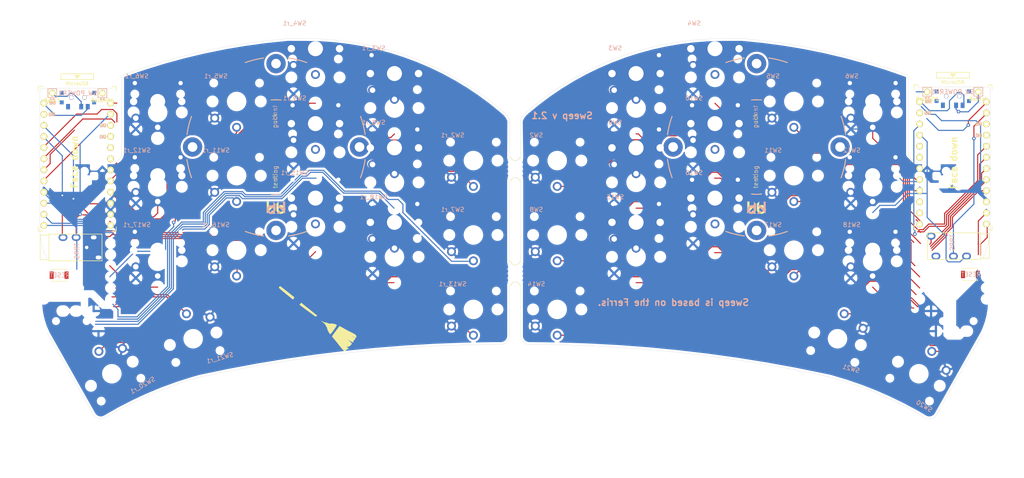
<source format=kicad_pcb>
(kicad_pcb (version 20211014) (generator pcbnew)
  (layers (0 "F.Cu" signal) (31 "B.Cu" signal) (34 "B.Paste" user) (35 "F.Paste" user) (36 "B.SilkS" user "B.Silkscreen") (37 "F.SilkS" user "F.Silkscreen") (38 "B.Mask" user) (39 "F.Mask" user) (44 "Edge.Cuts" user))
  (net 0 "")
  (net 1 "BT+")
  (net 2 "gnd")
  (net 3 "vcc")
  (net 4 "Switch18")
  (net 5 "reset")
  (net 6 "Switch1")
  (net 7 "Switch2")
  (net 8 "Switch3")
  (net 9 "Switch4")
  (net 10 "Switch5")
  (net 11 "Switch6")
  (net 12 "Switch7")
  (net 13 "Switch8")
  (net 14 "Switch9")
  (net 15 "Switch10")
  (net 16 "Switch11")
  (net 17 "Switch12")
  (net 18 "Switch13")
  (net 19 "Switch14")
  (net 20 "Switch15")
  (net 21 "Switch16")
  (net 22 "Switch17")
  (net 23 "Net-(SW_POWER1-Pad1)")
  (net 24 "raw")
  (net 25 "BT+_r")
  (net 26 "Switch18_r")
  (net 27 "reset_r")
  (net 28 "Switch9_r")
  (net 29 "Switch10_r")
  (net 30 "Switch11_r")
  (net 31 "Switch12_r")
  (net 32 "Switch13_r")
  (net 33 "Switch14_r")
  (net 34 "Switch15_r")
  (net 35 "Switch16_r")
  (net 36 "Switch17_r")
  (net 37 "Switch1_r")
  (net 38 "Switch2_r")
  (net 39 "Switch3_r")
  (net 40 "Switch4_r")
  (net 41 "Switch5_r")
  (net 42 "Switch6_r")
  (net 43 "Switch7_r")
  (net 44 "Switch8_r")
  (net 45 "Net-(SW_POWERR1-Pad1)")
  (footprint "kbd:ProMicro_v3_min" (layer "F.Cu") (at 230.178 50.4291)
    (fp_text reference "U1" hide)
    (fp_text value "ProMicro-kbd" hide)
  )
  (footprint "Kailh:TRRS-PJ-320A" (layer "F.Cu") (at 236.474 68.9171 -90)
    (fp_text reference "J2")
    (fp_text value "AudioJack4dpb" hide)
  )
  (footprint "Kailh:SW_PG1350_nonrev_DPB" (layer "F.Cu") (at 175.856 57.956)
    (fp_text reference "SW16" hide)
    (fp_text value "SW_Push" hide)
  )
  (footprint "Kailh:SW_PG1350_nonrev_DPB" (layer "F.Cu") (at 222.386 98.082 150)
    (fp_text reference "SW20" hide)
    (fp_text value "SW_Push" hide)
  )
  (footprint "Kailh:SW_PG1350_nonrev_DPB" (layer "F.Cu") (at 157.856 63.494)
    (fp_text reference "SW15" hide)
    (fp_text value "SW_Push" hide)
  )
  (footprint "Kailh:SW_PG1350_nonrev_DPB" (layer "F.Cu") (at 203.826 90.082 165)
    (fp_text reference "SW21" hide)
    (fp_text value "SW_Push" hide)
  )
  (footprint "Kailh:SW_PG1350_nonrev_DPB" (layer "F.Cu") (at 193.856 69.85)
    (fp_text reference "SW17" hide)
    (fp_text value "SW_Push" hide)
  )
  (footprint "Kailh:SW_PG1350_nonrev_DPB" (layer "F.Cu") (at 211.836 69.85)
    (fp_text reference "SW18" hide)
    (fp_text value "SW_Push" hide)
  )
  (footprint "Kailh:SW_PG1350_nonrev_DPB" (layer "F.Cu") (at 175.856 23.822)
    (fp_text reference "SW4" hide)
    (fp_text value "SW_Push" hide)
  )
  (footprint "Kailh:SW_PG1350_nonrev_DPB" (layer "F.Cu") (at 157.856 29.502)
    (fp_text reference "SW3" hide)
    (fp_text value "SW_Push" hide)
  )
  (footprint "Kailh:SW_PG1350_nonrev_DPB" (layer "F.Cu") (at 157.856 46.476)
    (fp_text reference "SW9" hide)
    (fp_text value "SW_Push" hide)
  )
  (footprint "Kailh:SW_PG1350_nonrev_DPB" (layer "F.Cu") (at 139.856 83.382)
    (fp_text reference "SW14" hide)
    (fp_text value "SW_Push" hide)
  )
  (footprint "Kailh:SW_PG1350_nonrev_DPB" (layer "F.Cu") (at 211.836 52.832)
    (fp_text reference "SW12" hide)
    (fp_text value "SW_Push" hide)
  )
  (footprint "Kailh:SW_PG1350_nonrev_DPB" (layer "F.Cu") (at 193.856 52.832)
    (fp_text reference "SW11" hide)
    (fp_text value "SW_Push" hide)
  )
  (footprint "Kailh:SW_PG1350_nonrev_DPB" (layer "F.Cu") (at 139.856 66.382)
    (fp_text reference "SW8" hide)
    (fp_text value "SW_Push" hide)
  )
  (footprint "Kailh:SW_PG1350_nonrev_DPB" (layer "F.Cu") (at 211.856 35.882)
    (fp_text reference "SW6" hide)
    (fp_text value "SW_Push" hide)
  )
  (footprint "Kailh:SW_PG1350_nonrev_DPB" (layer "F.Cu") (at 193.856 35.882)
    (fp_text reference "SW5" hide)
    (fp_text value "SW_Push" hide)
  )
  (footprint "Kailh:SW_PG1350_nonrev_DPB" (layer "F.Cu") (at 139.856 49.382)
    (fp_text reference "SW2" hide)
    (fp_text value "SW_Push" hide)
  )
  (footprint "Duckyb-Parts:mouse-bite-5mm-slot-with-space-for-track" (layer "F.Cu") (at 130.302 51.308)
    (fp_text reference "mouse-bite-2mm-slot" hide)
    (fp_text value "VAL**" hide)
  )
  (footprint "Duckyb-Parts:mouse-bite-5mm-slot-with-space-for-track" (layer "F.Cu") (at 130.302 75.184)
    (fp_text reference "mouse-bite-2mm-slot" hide)
    (fp_text value "VAL**" hide)
  )
  (footprint "kbd:SW_SPST_B3U-1000P" (layer "F.Cu") (at 234.15625 75.40625)
    (fp_text reference "RSW1" hide)
    (fp_text value "SW_Push")
  )
  (footprint "Kailh:SW_PG1350_nonrev_DPB" (layer "F.Cu") (at 175.856 40.938)
    (fp_text reference "SW10" hide)
    (fp_text value "SW_Push" hide)
  )
  (footprint "kbd:Tenting_Puck2" (layer "F.Cu") (at 185.356 46.282)
    (fp_text reference "REF**")
    (fp_text value "Tenting Puck")
  )
  (footprint "kbd:1pin_conn" (layer "F.Cu") (at 235.966 33.6651)
    (fp_text reference "Bat+r1")
    (fp_text value "MountingHole_Pad" hide)
  )
  (footprint "kbd:1pin_conn" (layer "F.Cu") (at 224.282 33.6651)
    (fp_text reference "BatGND1")
    (fp_text value "MountingHole_Pad" hide)
  )
  (footprint "kbd:ProMicro_v3_min" (layer "F.Cu") (at 30.326 50.7406)
    (fp_text reference "U2" hide)
    (fp_text value "ProMicro-kbd" hide)
  )
  (footprint "Kailh:TRRS-PJ-320A" (layer "F.Cu") (at 23.876 69.2286 90)
    (fp_text reference "J1")
    (fp_text value "AudioJack4dpb" hide)
  )
  (footprint "Kailh:SW_PG1350_nonrev_DPB" (layer "F.Cu") (at 48.686 69.85)
    (fp_text reference "SW17_r1" hide)
    (fp_text value "SW_Push" hide)
  )
  (footprint "Kailh:SW_PG1350_nonrev_DPB" (layer "F.Cu") (at 66.7 52.832)
    (fp_text reference "SW11_r1" hide)
    (fp_text value "SW_Push" hide)
  )
  (footprint "Kailh:SW_PG1350_nonrev_DPB" (layer "F.Cu") (at 84.688 57.956)
    (fp_text reference "SW15_r1" hide)
    (fp_text value "SW_Push" hide)
  )
  (footprint "Kailh:SW_PG1350_nonrev_DPB" (layer "F.Cu") (at 102.714 63.494)
    (fp_text reference "SW18_r1" hide)
    (fp_text value "SW_Push" hide)
  )
  (footprint "Kailh:SW_PG1350_nonrev_DPB" (layer "F.Cu") (at 48.686 35.882)
    (fp_text reference "SW6_r1" hide)
    (fp_text value "SW_Push" hide)
  )
  (footprint "Kailh:SW_PG1350_nonrev_DPB" (layer "F.Cu") (at 66.7 35.882)
    (fp_text reference "SW5_r1" hide)
    (fp_text value "SW_Push" hide)
  )
  (footprint "Kailh:SW_PG1350_nonrev_DPB" (layer "F.Cu") (at 120.732 49.382)
    (fp_text reference "SW2_r1" hide)
    (fp_text value "SW_Push" hide)
  )
  (footprint "Kailh:SW_PG1350_nonrev_DPB" (layer "F.Cu") (at 66.7 69.85)
    (fp_text reference "SW16_r1" hide)
    (fp_text value "SW_Push" hide)
  )
  (footprint "Kailh:SW_PG1350_nonrev_DPB" (layer "F.Cu") (at 84.688 23.822)
    (fp_text reference "SW4_r1" hide)
    (fp_text value "SW_Push" hide)
  )
  (footprint "Kailh:SW_PG1350_nonrev_DPB" (layer "F.Cu") (at 120.732 83.382)
    (fp_text reference "SW13_r1" hide)
    (fp_text value "SW_Push" hide)
  )
  (footprint "Kailh:SW_PG1350_nonrev_DPB" (layer "F.Cu") (at 48.686 52.832)
    (fp_text reference "SW12_r1" hide)
    (fp_text value "SW_Push" hide)
  )
  (footprint "Kailh:SW_PG1350_nonrev_DPB" (layer "F.Cu") (at 102.714 29.502)
    (fp_text reference "SW3_r1" hide)
    (fp_text value "SW_Push" hide)
  )
  (footprint "Kailh:SW_PG1350_nonrev_DPB" (layer "F.Cu") (at 102.714 46.476)
    (fp_text reference "SW8_r1" hide)
    (fp_text value "SW_Push" hide)
  )
  (footprint "Kailh:SW_PG1350_nonrev_DPB" (layer "F.Cu") (at 56.778 90.082 -165)
    (fp_text reference "SW21_r1" hide)
    (fp_text value "SW_Push" hide)
  )
  (footprint "Kailh:ferris_broom" (layer "F.Cu") (at 84.074 85.344 7)
    (fp_text reference "G***" hide)
    (fp_text value "LOGO" hide)
  )
  (footprint "Kailh:SW_PG1350_nonrev_DPB" (layer "F.Cu") (at 84.688 40.938)
    (fp_text reference "SW9_r1" hide)
    (fp_text value "SW_Push" hide)
  )
  (footprint "Kailh:SW_PG1350_nonrev_DPB" (layer "F.Cu") (at 38.218 98.082 -150)
    (fp_text reference "SW20_r1" hide)
    (fp_text value "SW_Push" hide)
  )
  (footprint "Kailh:SW_PG1350_nonrev_DPB" (layer "F.Cu") (at 120.732 66.382)
    (fp_text reference "SW7_r1" hide)
    (fp_text value "SW_Push" hide)
  )
  (footprint "kbd:Tenting_Puck2" (layer "F.Cu") (at 75.692 46.282)
    (fp_text reference "REF**")
    (fp_text value "Tenting Puck")
  )
  (footprint "kbd:1pin_conn" (layer "F.Cu") (at 36.068 33.9766)
    (fp_text reference "BatGND4")
    (fp_text value "MountingHole_Pad" hide)
  )
  (footprint "kbd:1pin_conn" (layer "F.Cu") (at 24.638 33.9766)
    (fp_text reference "Bat+1")
    (fp_text value "MountingHole_Pad" hide)
  )
  (footprint "kbd:SW_SPST_B3U-1000P" (layer "F.Cu") (at 26.19375 75.5691)
    (fp_text reference "RSW2" hide)
    (fp_text value "SW_Push")
  )
  (footprint "Kailh:SPDT_C128955" (layer "B.Cu") (at 230.124 34.6811 180)
    (fp_text reference "SW_POWERR1")
    (fp_text value "SW_SPDT")
  )
  (footprint "Kailh:SPDT_C128955" (layer "B.Cu") (at 30.48 34.9926 180)
    (fp_text reference "SW_POWER1")
    (fp_text value "SW_SPDT")
  )
  (gr_line (start 131.5085 77.724) (end 131.506 89.547024) (layer "Edge.Cuts") (width 0.05))
  (gr_line (start 219.998001 47.763999) (end 219.998045 30.439419) (layer "Edge.Cuts") (width 0.05))
  (gr_arc (start 226.446 107.451265) (mid 225.204995 108.32098) (end 223.714 108.05) (layer "Edge.Cuts") (width 0.05))
  (gr_arc (start 222.033002 49.694917) (mid 220.620534 49.145716) (end 219.998001 47.763999) (layer "Edge.Cuts") (width 0.05))
  (gr_arc (start 182.067777 21.502679) (mid 201.091879 24.375764) (end 219.56329 29.758889) (layer "Edge.Cuts") (width 0.05))
  (gr_arc (start 132.892692 38.264646) (mid 153.988408 25.788783) (end 178.120389 21.508139) (layer "Edge.Cuts") (width 0.05))
  (gr_arc (start 237.938 32.5571) (mid 238.46833 32.77677) (end 238.688 33.3071) (layer "Edge.Cuts") (width 0.05))
  (gr_arc (start 131.466055 40.278702) (mid 132.022929 39.160882) (end 132.893 38.265) (layer "Edge.Cuts") (width 0.05))
  (gr_arc (start 133.544 91.383119) (mid 132.156573 90.874102) (end 131.506254 89.547024) (layer "Edge.Cuts") (width 0.05))
  (gr_arc (start 219.56329 29.758889) (mid 219.880079 30.035645) (end 219.998045 30.439419) (layer "Edge.Cuts") (width 0.05))
  (gr_arc (start 202.185134 98.863946) (mid 213.262488 102.723597) (end 223.714 108.05) (layer "Edge.Cuts") (width 0.05))
  (gr_line (start 222.033002 32.560017) (end 237.938 32.5571) (layer "Edge.Cuts") (width 0.05))
  (gr_arc (start 133.544 91.383119) (mid 168.064442 93.289554) (end 202.185134 98.863946) (layer "Edge.Cuts") (width 0.05))
  (gr_line (start 238.688 41.2851) (end 238.688 49.4131) (layer "Edge.Cuts") (width 0.05))
  (gr_line (start 236.953304 88.85815) (end 226.446 107.451265) (layer "Edge.Cuts") (width 0.05))
  (gr_arc (start 238.7 64.3991) (mid 238.242913 68.160447) (end 236.953304 71.72325) (layer "Edge.Cuts") (width 0.05))
  (gr_line (start 182.067777 21.502679) (end 178.120389 21.508139) (layer "Edge.Cuts") (width 0.05))
  (gr_line (start 238.688 33.3071) (end 238.688 41.2851) (layer "Edge.Cuts") (width 0.05))
  (gr_line (start 131.466055 40.278702) (end 131.572 48.768) (layer "Edge.Cuts") (width 0.05))
  (gr_line (start 129.3495 48.768) (end 128.96 48.768) (layer "Edge.Cuts") (width 0.05))
  (gr_line (start 238.688 49.4131) (end 238.688 58.3031) (layer "Edge.Cuts") (width 0.05))
  (gr_line (start 238.688 58.3031) (end 238.7 64.3991) (layer "Edge.Cuts") (width 0.05))
  (gr_line (start 129.3495 72.644) (end 128.96 72.644) (layer "Edge.Cuts") (width 0.05))
  (gr_line (start 129.3495 53.848) (end 128.96 53.848) (layer "Edge.Cuts") (width 0.05))
  (gr_line (start 129.3495 77.724) (end 128.96 77.724) (layer "Edge.Cuts") (width 0.05))
  (gr_line (start 131.572 53.848) (end 131.572 72.644) (layer "Edge.Cuts") (width 0.05))
  (gr_line (start 78.412223 21.502679) (end 82.613611 21.508139) (layer "Edge.Cuts") (width 0.05))
  (gr_line (start 21.792 33.6186) (end 21.792 41.5966) (layer "Edge.Cuts") (width 0.05))
  (gr_line (start 128.96 77.724) (end 128.975507 89.545022) (layer "Edge.Cuts") (width 0.05))
  (gr_arc (start 127.587 38.265) (mid 128.457071 39.160882) (end 129.013945 40.278702) (layer "Edge.Cuts") (width 0.05))
  (gr_arc (start 128.975507 89.545022) (mid 128.324689 90.873432) (end 126.936 91.383119) (layer "Edge.Cuts") (width 0.05))
  (gr_line (start 40.481999 47.763999) (end 40.481955 30.439419) (layer "Edge.Cuts") (width 0.05))
  (gr_line (start 21.792 49.7246) (end 21.792 57.0906) (layer "Edge.Cuts") (width 0.05))
  (gr_line (start 23.526696 88.85815) (end 34.034 107.451265) (layer "Edge.Cuts") (width 0.05))
  (gr_arc (start 40.481999 47.763999) (mid 39.859467 49.145716) (end 38.446998 49.694917) (layer "Edge.Cuts") (width 0.05))
  (gr_arc (start 40.91671 29.758889) (mid 59.388121 24.375764) (end 78.412223 21.502679) (layer "Edge.Cuts") (width 0.05))
  (gr_arc (start 58.294866 98.863946) (mid 92.415558 93.289555) (end 126.936 91.383119) (layer "Edge.Cuts") (width 0.05))
  (gr_arc (start 23.526696 72.03475) (mid 22.237087 68.471947) (end 21.78 64.7106) (layer "Edge.Cuts") (width 0.05))
  (gr_arc (start 21.792 33.6186) (mid 22.01167 33.08827) (end 22.542 32.8686) (layer "Edge.Cuts") (width 0.05))
  (gr_line (start 38.446998 32.871517) (end 22.542 32.8686) (layer "Edge.Cuts") (width 0.05))
  (gr_line (start 21.792 41.5966) (end 21.792 49.7246) (layer "Edge.Cuts") (width 0.05))
  (gr_arc (start 40.481955 30.439419) (mid 40.599921 30.035645) (end 40.91671 29.758889) (layer "Edge.Cuts") (width 0.05))
  (gr_arc (start 36.766 108.05) (mid 35.275005 108.32098) (end 34.034 107.451265) (layer "Edge.Cuts") (width 0.05))
  (gr_arc (start 82.613611 21.508139) (mid 106.610476 25.833455) (end 127.587 38.265) (layer "Edge.Cuts") (width 0.05))
  (gr_arc (start 36.766 108.05) (mid 47.217512 102.723597) (end 58.294866 98.863946) (layer "Edge.Cuts") (width 0.05))
  (gr_line (start 21.792 57.0906) (end 21.78 64.7106) (layer "Edge.Cuts") (width 0.05))
  (gr_line (start 128.96 53.848) (end 128.96 72.644) (layer "Edge.Cuts") (width 0.05))
  (gr_line (start 129.013945 40.278702) (end 128.96 48.768) (layer "Edge.Cuts") (width 0.05))
  (gr_line (start 131.572 72.644) (end 131.2545 72.644) (layer "Edge.Cuts") (width 0.05))
  (gr_arc (start 129.349501 77.724) (mid 130.302 77.079127) (end 131.254499 77.724001) (layer "Edge.Cuts") (width 0.05))
  (gr_line (start 131.5085 77.724) (end 131.2545 77.724) (layer "Edge.Cuts") (width 0.05))
  (gr_arc (start 129.349501 53.848) (mid 130.302 53.203127) (end 131.254499 53.848001) (layer "Edge.Cuts") (width 0.05))
  (gr_arc (start 131.254499 72.644) (mid 130.302 73.288873) (end 129.349501 72.643999) (layer "Edge.Cuts") (width 0.05))
  (gr_line (start 131.572 53.848) (end 131.2545 53.848) (layer "Edge.Cuts") (width 0.05))
  (gr_arc (start 131.254499 48.768) (mid 130.302 49.412873) (end 129.349501 48.767999) (layer "Edge.Cuts") (width 0.05))
  (gr_line (start 131.572 48.768) (end 131.2545 48.768) (layer "Edge.Cuts") (width 0.05))
  (gr_text "Sweep v 2.1" (at 140.97 39.116) (layer "B.SilkS") (effects (font (size 1.5 1.5) (thickness 0.3)) (justify mirror)))
  (gr_text "Sweep is based on the Ferris." (at 166.37 81.788) (layer "B.SilkS") (effects (font (size 1.5 1.5) (thickness 0.3)) (justify mirror)))
  (gr_text "Face down" (at 230.378 49.9211 90) (layer "F.SilkS") (effects (font (size 1.5 1.5) (thickness 0.3))))
  (gr_text "Face down" (at 29.718 49.7246 90) (layer "F.SilkS") (effects (font (size 1.5 1.5) (thickness 0.3))))
  (segment (start 25.360999 34.699599) (end 28.051999 34.699599) (width 0.25) (layer "B.Cu") (net 1))
  (segment (start 24.638 33.9766) (end 25.360999 34.699599) (width 0.25) (layer "B.Cu") (net 1))
  (segment (start 29.046501 34.067101) (end 29.373499 34.067101) (width 0.25) (layer "B.Cu") (net 1))
  (segment (start 28.738499 34.013099) (end 28.992499 34.013099) (width 0.25) (layer "B.Cu") (net 1))
  (segment (start 31.23 35.923602) (end 31.23 37.0676) (width 0.25) (layer "B.Cu") (net 1))
  (segment (start 28.051999 34.699599) (end 28.738499 34.013099) (width 0.25) (layer "B.Cu") (net 1))
  (segment (start 29.373499 34.067101) (end 31.23 35.923602) (width 0.25) (layer "B.Cu") (net 1))
  (segment (start 28.992499 34.013099) (end 29.046501 34.067101) (width 0.25) (layer "B.Cu") (net 1))
  (segment (start 224.8576 68.51827) (end 225.174 68.20187) (width 0.25) (layer "F.Cu") (net 2))
  (segment (start 225.174 68.20187) (end 225.174 66.4171) (width 0.25) (layer "F.Cu") (net 2))
  (segment (start 216.74 83.058) (end 216.74 84.758) (width 0.25) (layer "F.Cu") (net 2))
  (segment (start 216.74 85.54477) (end 216.8484 85.65317) (width 0.25) (layer "F.Cu") (net 2))
  (segment (start 216.8484 85.65317) (end 224.8576 85.65317) (width 0.25) (layer "F.Cu") (net 2))
  (segment (start 225.204 66.3871) (end 225.174 66.4171) (width 0.25) (layer "F.Cu") (net 2))
  (segment (start 216.74 84.758) (end 216.74 85.54477) (width 0.25) (layer "F.Cu") (net 2))
  (segment (start 38.24171 66.29031) (end 60.0659 66.29031) (width 0.25) (layer "F.Cu") (net 2))
  (segment (start 97.086 77.274) (end 102.616 77.274) (width 0.25) (layer "F.Cu") (net 2))
  (segment (start 87.75559 70.866) (end 90.678 70.866) (width 0.25) (layer "F.Cu") (net 2))
  (segment (start 84.328 68.58) (end 85.46959 68.58) (width 0.25) (layer "F.Cu") (net 2))
  (segment (start 72.636722 67.174312) (end 76.58241 71.12) (width 0.25) (layer "F.Cu") (net 2))
  (segment (start 60.841689 67.174311) (end 72.636722 67.174312) (width 0.25) (layer "F.Cu") (net 2))
  (segment (start 85.46959 68.58) (end 87.75559 70.866) (width 0.25) (layer "F.Cu") (net 2))
  (segment (start 76.58241 71.12) (end 81.788 71.12) (width 0.25) (layer "F.Cu") (net 2))
  (segment (start 60.0659 66.29031) (end 60.841689 67.066099) (width 0.25) (layer "F.Cu") (net 2))
  (segment (start 90.678 70.866) (end 97.086 77.274) (width 0.25) (layer "F.Cu") (net 2))
  (segment (start 81.788 71.12) (end 84.328 68.58) (width 0.25) (layer "F.Cu") (net 2))
  (segment (start 60.841689 67.066099) (end 60.841689 67.174311) (width 0.25) (layer "F.Cu") (net 2))
  (segment (start 40.40601 82.74601) (end 40.464 82.804) (width 0.25) (layer "F.Cu") (net 2))
  (segment (start 34.076 66.7286) (end 37.80201 66.7286) (width 0.25) (layer "F.Cu") (net 2))
  (segment (start 37.80201 66.7286) (end 38.608 65.92261) (width 0.25) (layer "F.Cu") (net 2))
  (segment (start 38.608 82.74601) (end 40.40601 82.74601) (width 0.25) (layer "F.Cu") (net 2))
  (segment (start 226.254 71.1971) (end 226.274 71.2171) (width 0.25) (layer "B.Cu") (net 2))
  (segment (start 226.244 71.1871) (end 226.274 71.2171) (width 0.25) (layer "B.Cu") (net 2))
  (segment (start 224.282 33.6651) (end 221.777159 33.6651) (width 0.25) (layer "B.Cu") (net 2))
  (segment (start 26.924 66.5766) (end 27.076 66.7286) (width 0.25) (layer "F.Cu") (net 3))
  (segment (start 26.924 57.3446) (end 26.924 66.5766) (width 0.25) (layer "F.Cu") (net 3))
  (via (at 26.924 57.3446) (size 0.8) (drill 0.4) (layers "F.Cu" "B.Cu") (net 3))
  (segment (start 228.6 66.6851) (end 228.6 72.0191) (width 0.25) (layer "B.Cu") (net 3))
  (segment (start 233.254 71.1971) (end 233.274 71.2171) (width 0.25) (layer "B.Cu") (net 3))
  (segment (start 224.282 62.3671) (end 224.282 45.0837) (width 0.25) (layer "B.Cu") (net 3))
  (segment (start 228.6 66.6851) (end 224.282 62.3671) (width 0.25) (layer "B.Cu") (net 3))
  (segment (start 224.282 45.0837) (end 222.7694 43.5711) (width 0.25) (layer "B.Cu") (net 3))
  (segment (start 229.108 72.5271) (end 231.764 72.5271) (width 0.25) (layer "B.Cu") (net 3))
  (segment (start 228.6 72.0191) (end 229.108 72.5271) (width 0.25) (layer "B.Cu") (net 3))
  (segment (start 233.274 71.0171) (end 232.341 71.9501) (width 0.25) (layer "B.Cu") (net 3))
  (segment (start 231.764 72.5271) (end 232.341 71.9501) (width 0.25) (layer "B.Cu") (net 3))
  (segment (start 26.924 57.3446) (end 26.924 57.5986) (width 0.25) (layer "B.Cu") (net 3))
  (segment (start 26.924 48.2892) (end 26.924 57.3446) (width 0.25) (layer "B.Cu") (net 3))
  (segment (start 22.5174 43.8826) (end 26.924 48.2892) (width 0.25) (layer "B.Cu") (net 3))
  (segment (start 237.9894 38.4911) (end 234.95 41.5305) (width 0.25) (layer "F.Cu") (net 4))
  (segment (start 234.95 41.5305) (end 234.95 44.3331) (width 0.25) (layer "F.Cu") (net 4))
  (via (at 234.95 44.3331) (size 0.8) (drill 0.4) (layers "F.Cu" "B.Cu") (net 4))
  (segment (start 230.274 63.9951) (end 234.95 59.3191) (width 0.25) (layer "B.Cu") (net 4))
  (segment (start 230.274 71.0171) (end 230.274 63.9951) (width 0.25) (layer "B.Cu") (net 4))
  (segment (start 234.95 44.3331) (end 234.95 44.3331) (width 0.25) (layer "B.Cu") (net 4))
  (segment (start 234.95 59.3191) (end 234.95 44.3331) (width 0.25) (layer "B.Cu") (net 4))
  (segment (start 220.14 83.058) (end 221.234 83.058) (width 0.25) (layer "F.Cu") (net 5))
  (segment (start 221.234 65.9231) (end 221.488 66.1771) (width 0.25) (layer "F.Cu") (net 5))
  (via (at 221.488 66.1771) (size 0.8) (drill 0.4) (layers "F.Cu" "B.Cu") (net 5))
  (segment (start 221.488 65.4151) (end 221.234 65.1611) (width 0.25) (layer "B.Cu") (net 5))
  (segment (start 221.488 66.1771) (end 221.488 65.4151) (width 0.25) (layer "B.Cu") (net 5))
  (segment (start 221.234 42.5665) (end 221.234 65.1611) (width 0.25) (layer "B.Cu") (net 5))
  (segment (start 222.7694 41.0311) (end 221.234 42.5665) (width 0.25) (layer "B.Cu") (net 5))
  (segment (start 164.03999 43.73201) (end 167.057719 43.732009) (width 0.25) (layer "F.Cu") (net 6))
  (segment (start 188.6032 46.36602) (end 196.53079 46.36602) (width 0.25) (layer "F.Cu") (net 6))
  (segment (start 205.486 50.8) (end 205.994 50.292) (width 0.25) (layer "F.Cu") (net 6))
  (segment (start 139.856 55.282) (end 146.295954 55.282) (width 0.25) (layer "F.Cu") (net 6))
  (segment (start 218.41796 51.83804) (end 217.424 52.832) (width 0.25) (layer "F.Cu") (net 6))
  (segment (start 146.295954 55.282) (end 156.954953 44.623001) (width 0.25) (layer "F.Cu") (net 6))
  (segment (start 205.994 50.292) (end 217.678 50.292) (width 0.25) (layer "F.Cu") (net 6))
  (segment (start 169.641728 41.148) (end 183.38518 41.148) (width 0.25) (layer "F.Cu") (net 6))
  (segment (start 202.946 50.8) (end 205.486 50.8) (width 0.25) (layer "F.Cu") (net 6))
  (segment (start 197.85878 47.69401) (end 199.84001 47.69401) (width 0.25) (layer "F.Cu") (net 6))
  (segment (start 237.675495 59.125005) (end 237.9894 58.8111) (width 0.25) (layer "F.Cu") (net 6))
  (segment (start 217.678 50.292) (end 218.41796 51.03196) (width 0.25) (layer "F.Cu") (net 6))
  (segment (start 196.53079 46.36602) (end 197.85878 47.69401) (width 0.25) (layer "F.Cu") (net 6))
  (segment (start 156.954953 44.623001) (end 163.148999 44.623001) (width 0.25) (layer "F.Cu") (net 6))
  (segment (start 218.41796 51.03196) (end 218.41796 51.83804) (width 0.25) (layer "F.Cu") (net 6))
  (segment (start 199.84001 47.69401) (end 202.946 50.8) (width 0.25) (layer "F.Cu") (net 6))
  (segment (start 183.38518 41.148) (end 188.6032 46.36602) (width 0.25) (layer "F.Cu") (net 6))
  (segment (start 217.424 52.832) (end 217.424 52.832) (width 0.25) (layer "F.Cu") (net 6))
  (segment (start 163.148999 44.623001) (end 164.03999 43.73201) (width 0.25) (layer "F.Cu") (net 6))
  (segment (start 167.057719 43.732009) (end 169.641728 41.148) (width 0.25) (layer "F.Cu") (net 6))
  (via (at 217.424 52.832) (size 0.8) (drill 0.4) (layers "F.Cu" "B.Cu") (net 6))
  (segment (start 237.9894 58.8111) (end 236.4697 57.2914) (width 0.25) (layer "B.Cu") (net 6))
  (segment (start 236.4697 41.2894) (end 235.4451 40.2648) (width 0.25) (layer "B.Cu") (net 6))
  (segment (start 236.4697 57.2914) (end 236.4697 41.2894) (width 0.25) (layer "B.Cu") (net 6))
  (segment (start 224.711081 38.824019) (end 222.925163 37.038101) (width 0.25) (layer "B.Cu") (net 6))
  (segment (start 218.765001 54.173001) (end 217.424 52.832) (width 0.25) (layer "B.Cu") (net 6))
  (segment (start 235.4451 40.2648) (end 227.5797 40.2648) (width 0.25) (layer "B.Cu") (net 6))
  (segment (start 227.5797 40.2648) (end 226.138919 38.824019) (width 0.25) (layer "B.Cu") (net 6))
  (segment (start 226.138919 38.824019) (end 224.711081 38.824019) (width 0.25) (layer "B.Cu") (net 6))
  (segment (start 222.925163 54.173001) (end 218.765001 54.173001) (width 0.25) (layer "B.Cu") (net 6))
  (segment (start 203.07441 50.292) (end 205.35759 50.292) (width 0.25) (layer "F.Cu") (net 7))
  (segment (start 205.933189 49.716401) (end 218.243991 49.716401) (width 0.25) (layer "F.Cu") (net 7))
  (segment (start 218.86797 50.34038) (end 218.86797 65.70597) (width 0.25) (layer "F.Cu") (net 7))
  (segment (start 200.026411 47.244001) (end 203.07441 50.292) (width 0.25) (layer "F.Cu") (net 7))
  (segment (start 159.234991 44.172991) (end 162.962599 44.172991) (width 0.25) (layer "F.Cu") (net 7))
  (segment (start 163.853591 43.282001) (end 166.871317 43.282001) (width 0.25) (layer "F.Cu") (net 7))
  (segment (start 157.856 43.282) (end 158.344 43.282) (width 0.25) (layer "F.Cu") (net 7))
  (segment (start 169.513318 40.64) (end 183.51359 40.64) (width 0.25) (layer "F.Cu") (net 7))
  (segment (start 205.35759 50.292) (end 205.933189 49.716401) (width 0.25) (layer "F.Cu") (net 7))
  (segment (start 166.871317 43.282001) (end 169.513318 40.64) (width 0.25) (layer "F.Cu") (net 7))
  (segment (start 162.962599 44.172991) (end 163.853591 43.282001) (width 0.25) (layer "F.Cu") (net 7))
  (segment (start 158.344 43.282) (end 159.234991 44.172991) (width 0.25) (layer "F.Cu") (net 7))
  (segment (start 218.243991 49.716401) (end 218.86797 50.34038) (width 0.25) (layer "F.Cu") (net 7))
  (segment (start 221.234 53.2231) (end 221.742 53.7311) (width 0.25) (layer "F.Cu") (net 7))
  (segment (start 218.86797 65.70597) (end 221.234 68.072) (width 0.25) (layer "F.Cu") (net 7))
  (segment (start 221.234 50.9371) (end 221.234 53.2231) (width 0.25) (layer "F.Cu") (net 7))
  (segment (start 221.742 53.7311) (end 222.5694 53.7311) (width 0.25) (layer "F.Cu") (net 7))
  (segment (start 198.55318 47.244) (end 200.026411 47.244001) (width 0.25) (layer "F.Cu") (net 7))
  (segment (start 198.46359 47.15441) (end 198.55318 47.244) (width 0.25) (layer "F.Cu") (net 7))
  (segment (start 196.71719 45.91601) (end 197.95559 47.15441) (width 0.25) (layer "F.Cu") (net 7))
  (segment (start 183.51359 40.64) (end 188.7896 45.91601) (width 0.25) (layer "F.Cu") (net 7))
  (segment (start 188.7896 45.91601) (end 196.71719 45.91601) (width 0.25) (layer "F.Cu") (net 7))
  (segment (start 197.95559 47.15441) (end 198.46359 47.15441) (width 0.25) (layer "F.Cu") (net 7))
  (segment (start 213.159159 42.182) (end 206.856 42.182) (width 0.25) (layer "B.Cu") (net 8))
  (segment (start 221.777159 50.8) (end 213.159159 42.182) (width 0.25) (layer "B.Cu") (net 8))
  (segment (start 193.856 41.782) (end 198.302 46.228) (width 0.25) (layer "F.Cu") (net 9))
  (segment (start 219.76799 49.84199) (end 219.76799 62.78459) (width 0.25) (layer "F.Cu") (net 9))
  (segment (start 203.44721 49.39198) (end 204.98479 49.39198) (width 0.25) (layer "F.Cu") (net 9))
  (segment (start 205.560388 48.816382) (end 218.742382 48.816382) (width 0.25) (layer "F.Cu") (net 9))
  (segment (start 218.742382 48.816382) (end 219.76799 49.84199) (width 0.25) (layer "F.Cu") (net 9))
  (segment (start 200.66 46.49161) (end 200.66 46.60477) (width 0.25) (layer "F.Cu") (net 9))
  (segment (start 200.396391 46.228001) (end 200.66 46.49161) (width 0.25) (layer "F.Cu") (net 9))
  (segment (start 204.98479 49.39198) (end 205.560388 48.816382) (width 0.25) (layer "F.Cu") (net 9))
  (segment (start 219.76799 62.78459) (end 222.7694 65.786) (width 0.25) (layer "F.Cu") (net 9))
  (segment (start 198.302 46.228) (end 200.396391 46.228001) (width 0.25) (layer "F.Cu") (net 9))
  (segment (start 200.66 46.60477) (end 203.44721 49.39198) (width 0.25) (layer "F.Cu") (net 9))
  (segment (start 220.218 49.276) (end 220.218 60.6946) (width 0.25) (layer "F.Cu") (net 10))
  (segment (start 215.940372 48.366372) (end 219.308372 48.366372) (width 0.25) (layer "F.Cu") (net 10))
  (segment (start 220.218 60.6946) (end 222.7694 63.246) (width 0.25) (layer "F.Cu") (net 10))
  (segment (start 219.308372 48.366372) (end 220.218 49.276) (width 0.25) (layer "F.Cu") (net 10))
  (segment (start 211.856 44.282) (end 211.856 41.782) (width 0.25) (layer "F.Cu") (net 10))
  (segment (start 215.940372 48.366372) (end 211.856 44.282) (width 0.25) (layer "F.Cu") (net 10))
  (segment (start 190.290508 58.98599) (end 192.78552 56.49098) (width 0.25) (layer "F.Cu") (net 11))
  (segment (start 160.13599 59.80599) (end 166.738918 59.80599) (width 0.25) (layer "F.Cu") (net 11))
  (segment (start 157.339659 58.787659) (end 159.117659 58.787659) (width 0.25) (layer "F.Cu") (net 11))
  (segment (start 139.856 72.282) (end 143.845318 72.282) (width 0.25) (layer "F.Cu") (net 11))
  (segment (start 143.845318 72.282) (end 157.339659 58.787659) (width 0.25) (layer "F.Cu") (net 11))
  (segment (start 180.097546 55.106454) (end 180.097546 56.399546) (width 0.25) (layer "F.Cu") (net 11))
  (segment (start 197.209801 56.490981) (end 205.858801 65.139981) (width 0.25) (layer "F.Cu") (net 11))
  (segment (start 176.598082 51.60699) (end 180.097546 55.106454) (width 0.25) (layer "F.Cu") (net 11))
  (segment (start 217.665571 65.139981) (end 220.534795 68.009205) (width 0.25) (layer "F.Cu") (net 11))
  (segment (start 182.68399 58.98599) (end 190.290508 58.98599) (width 0.25) (layer "F.Cu") (net 11))
  (segment (start 220.534795 68.009205) (end 220.61002 68.08443) (width 0.25) (layer "F.Cu") (net 11))
  (segment (start 220.61002 68.08443) (end 220.61002 72.52802) (width 0.25) (layer "F.Cu") (net 11))
  (segment (start 159.117659 58.787659) (end 160.13599 59.80599) (width 0.25) (layer "F.Cu") (net 11))
  (segment (start 174.937919 51.606989) (end 176.598082 51.60699) (width 0.25) (layer "F.Cu") (net 11))
  (segment (start 166.738918 59.80599) (end 174.937919 51.606989) (width 0.25) (layer "F.Cu") (net 11))
  (segment (start 205.858801 65.139981) (end 217.665571 65.139981) (width 0.25) (layer "F.Cu") (net 11))
  (segment (start 220.61002 72.52802) (end 221.488 73.406) (width 0.25) (layer "F.Cu") (net 11))
  (segment (start 221.488 56.2711) (end 222.5694 56.2711) (width 0.25) (layer "F.Cu") (net 11))
  (segment (start 192.78552 56.49098) (end 197.209801 56.490981) (width 0.25) (layer "F.Cu") (net 11))
  (segment (start 180.097546 56.399546) (end 182.68399 58.98599) (width 0.25) (layer "F.Cu") (net 11))
  (segment (start 205.6724 65.58999) (end 217.479171 65.589991) (width 0.25) (layer "F.Cu") (net 12))
  (segment (start 219.96259 68.07341) (end 220.16001 68.27083) (width 0.25) (layer "F.Cu") (net 12))
  (segment (start 220.16001 68.27083) (end 220.16001 73.53661) (width 0.25) (layer "F.Cu") (net 12))
  (segment (start 217.479171 65.589991) (end 219.96259 68.07341) (width 0.25) (layer "F.Cu") (net 12))
  (segment (start 220.16001 73.53661) (end 222.5694 75.946) (width 0.25) (layer "F.Cu") (net 12))
  (segment (start 179.578 55.223318) (end 179.578 56.57159) (width 0.25) (layer "F.Cu") (net 12))
  (segment (start 197.0234 56.94099) (end 205.6724 65.58999) (width 0.25) (layer "F.Cu") (net 12))
  (segment (start 166.925318 60.256) (end 175.124319 52.056999) (width 0.25) (layer "F.Cu") (net 12))
  (segment (start 192.971919 56.940989) (end 197.0234 56.94099) (width 0.25) (layer "F.Cu") (net 12))
  (segment (start 175.124319 52.056999) (end 176.411681 52.056999) (width 0.25) (layer "F.Cu") (net 12))
  (segment (start 190.476908 59.436) (end 192.971919 56.940989) (width 0.25) (layer "F.Cu") (net 12))
  (segment (start 157.856 60.256) (end 166.925318 60.256) (width 0.25) (layer "F.Cu") (net 12))
  (segment (start 182.44241 59.436) (end 190.476908 59.436) (width 0.25) (layer "F.Cu") (net 12))
  (segment (start 179.578 56.57159) (end 182.44241 59.436) (width 0.25) (layer "F.Cu") (net 12))
  (segment (start 176.411681 52.056999) (end 179.578 55.223318) (width 0.25) (layer "F.Cu") (net 12))
  (segment (start 177.116272 53.398) (end 179.12799 55.409718) (width 0.25) (layer "F.Cu") (net 13))
  (segment (start 219.71 75.6266) (end 222.5694 78.486) (width 0.25) (layer "F.Cu") (net 13))
  (segment (start 182.443001 60.073001) (end 190.476317 60.073001) (width 0.25) (layer "F.Cu") (net 13))
  (segment (start 179.12799 56.75799) (end 182.443001 60.073001) (width 0.25) (layer "F.Cu") (net 13))
  (segment (start 193.158319 57.390999) (end 196.836999 57.390999) (width 0.25) (layer "F.Cu") (net 13))
  (segment (start 175.768 53.398) (end 177.116272 53.398) (width 0.25) (layer "F.Cu") (net 13))
  (segment (start 219.644385 68.391615) (end 219.644385 68.639975) (width 0.25) (layer "F.Cu") (net 13))
  (segment (start 190.476317 60.073001) (end 193.158319 57.390999) (width 0.25) (layer "F.Cu") (net 13))
  (segment (start 196.836999 57.390999) (end 205.486 66.04) (width 0.25) (layer "F.Cu") (net 13))
  (segment (start 219.644385 68.639975) (end 219.71 68.70559) (width 0.25) (layer "F.Cu") (net 13))
  (segment (start 217.29277 66.04) (end 219.644385 68.391615) (width 0.25) (layer "F.Cu") (net 13))
  (segment (start 179.12799 55.409718) (end 179.12799 56.75799) (width 0.25) (layer "F.Cu") (net 13))
  (segment (start 219.71 68.70559) (end 219.71 75.6266) (width 0.25) (layer "F.Cu") (net 13))
  (segment (start 205.486 66.04) (end 217.29277 66.04) (width 0.25) (layer "F.Cu") (net 13))
  (segment (start 219.31798 64.87458) (end 222.7694 68.326) (width 0.25) (layer "F.Cu") (net 13))
  (segment (start 188.976 45.466) (end 196.90359 45.466) (width 0.25) (layer "F.Cu") (net 13))
  (segment (start 179.76399 40.18999) (end 183.69999 40.18999) (width 0.25) (layer "F.Cu") (net 13))
  (segment (start 198.1156 46.67801) (end 200.20999 46.67801) (width 0.25) (layer "F.Cu") (net 13))
  (segment (start 218.430392 49.266392) (end 219.31798 50.15398) (width 0.25) (layer "F.Cu") (net 13))
  (segment (start 183.69999 40.18999) (end 188.976 45.466) (width 0.25) (layer "F.Cu") (net 13))
  (segment (start 205.17119 49.84199) (end 205.746788 49.266392) (width 0.25) (layer "F.Cu") (net 13))
  (segment (start 219.31798 50.15398) (end 219.31798 64.87458) (width 0.25) (layer "F.Cu") (net 13))
  (segment (start 196.90359 45.466) (end 198.1156 46.67801) (width 0.25) (layer "F.Cu") (net 13))
  (segment (start 175.856 36.282) (end 179.76399 40.18999) (width 0.25) (layer "F.Cu") (net 13))
  (segment (start 205.746788 49.266392) (end 218.430392 49.266392) (width 0.25) (layer "F.Cu") (net 13))
  (segment (start 203.26081 49.84199) (end 205.17119 49.84199) (width 0.25) (layer "F.Cu") (net 13))
  (segment (start 200.20999 46.67801) (end 200.20999 46.79117) (width 0.25) (layer "F.Cu") (net 13))
  (segment (start 200.20999 46.79117) (end 203.26081 49.84199) (width 0.25) (layer "F.Cu") (net 13))
  (segment (start 195.23884 58.732) (end 196.129831 57.841009) (width 0.25) (layer "F.Cu") (net 14))
  (segment (start 221.7477 62.8694) (end 222.7694 63.8911) (width 0.25) (layer "F.Cu") (net 14))
  (segment (start 219.202 68.834) (end 219.202 77.4586) (width 0.25) (layer "F.Cu") (net 14))
  (segment (start 215.58801 66.49001) (end 215.646 66.548) (width 0.25) (layer "F.Cu") (net 14))
  (segment (start 205.2996 66.49001) (end 215.58801 66.49001) (width 0.25) (layer "F.Cu") (net 14))
  (segment (start 193.802 58.732) (end 195.23884 58.732) (width 0.25) (layer "F.Cu") (net 14))
  (segment (start 196.129831 57.841009) (end 196.650599 57.841009) (width 0.25) (layer "F.Cu") (net 14))
  (segment (start 219.202 77.4586) (end 221.7477 80.0043) (width 0.25) (layer "F.Cu") (net 14))
  (segment (start 196.650599 57.841009) (end 205.2996 66.49001) (width 0.25) (layer "F.Cu") (net 14))
  (segment (start 216.916 66.548) (end 219.202 68.834) (width 0.25) (layer "F.Cu") (net 14))
  (segment (start 215.646 66.548) (end 216.916 66.548) (width 0.25) (layer "F.Cu") (net 14))
  (segment (start 237.9894 35.9511) (end 233.68 40.2605) (width 0.25) (layer "F.Cu") (net 15))
  (segment (start 233.68 40.2605) (end 233.68 41.2851) (width 0.25) (layer "F.Cu") (net 15))
  (via (at 233.68 41.2851) (size 0.8) (drill 0.4) (layers "F.Cu" "B.Cu") (net 15))
  (segment (start 232.481001 42.484099) (end 233.68 41.2851) (width 0.25) (layer "B.Cu") (net 15))
  (segment (start 233.68 41.2851) (end 233.68 41.2851) (width 0.25) (layer "B.Cu") (net 15))
  (segment (start 211.836 61.272) (end 213.489001 59.618999) (width 0.25) (layer "B.Cu") (net 15))
  (segment (start 219.71 56.896) (end 224.170002 56.896) (width 0.25) (layer "B.Cu") (net 15))
  (segment (start 216.987001 59.618999) (end 219.71 56.896) (width 0.25) (layer "B.Cu") (net 15))
  (segment (start 226.893001 42.484099) (end 232.481001 42.484099) (width 0.25) (layer "B.Cu") (net 15))
  (segment (start 224.170002 39.7611) (end 226.893001 42.484099) (width 0.25) (layer "B.Cu") (net 15))
  (segment (start 213.489001 59.618999) (end 216.987001 59.618999) (width 0.25) (layer "B.Cu") (net 15))
  (segment (start 203.14201 77.7916) (end 203.14201 74.10719) (width 0.25) (layer "F.Cu") (net 16))
  (segment (start 210.633118 75.598972) (end 207.31812 78.91397) (width 0.25) (layer "F.Cu") (net 16))
  (segment (start 228.6 61.0971) (end 228.69495 61.0971) (width 0.25) (layer "F.Cu") (net 16))
  (segment (start 203.14201 74.10719) (end 202.418793 73.383973) (width 0.25) (layer "F.Cu") (net 16))
  (segment (start 228.808717 60.888383) (end 228.6 61.0971) (width 0.25) (layer "F.Cu") (net 16))
  (segment (start 216.916 80.772) (end 215.27602 79.13202) (width 0.25) (layer "F.Cu") (net 16))
  (segment (start 222.25 82.296) (end 220.726 80.772) (width 0.25) (layer "F.Cu") (net 16))
  (segment (start 177.719978 69.515978) (end 176.828989 68.624989) (width 0.25) (layer "F.Cu") (net 16))
  (segment (start 228.256865 61.440235) (end 228.256865 63.851825) (width 0.25) (layer "F.Cu") (net 16))
  (segment (start 235.802379 53.989671) (end 235.802379 48.098121) (width 0.25) (layer "F.Cu") (net 16))
  (segment (start 154.641841 75.932999) (end 152.44126 78.13358) (width 0.25) (layer "F.Cu") (net 16))
  (segment (start 202.418793 73.383973) (end 192.910526 73.383972) (width 0.25) (layer "F.Cu") (net 16))
  (segment (start 223.366176 65.1611) (end 222.25 65.1611) (width 0.25) (layer "F.Cu") (net 16))
  (segment (start 192.910526 73.383972) (end 190.348498 75.946) (width 0.25) (layer "F.Cu") (net 16))
  (segment (start 228.21759 63.8911) (end 224.636176 63.8911) (width 0.25) (layer "F.Cu") (net 16))
  (segment (start 224.636176 63.8911) (end 223.366176 65.1611) (width 0.25) (layer "F.Cu") (net 16))
  (segment (start 228.256865 63.851825) (end 228.21759 63.8911) (width 0.25) (layer "F.Cu") (net 16))
  (segment (start 185.234659 72.067341) (end 185.234659 71.188659) (width 0.25) (layer "F.Cu") (net 16))
  (segment (start 228.69495 61.0971) (end 235.802379 53.989671) (width 0.25) (layer "F.Cu") (net 16))
  (segment (start 190.348498 75.946) (end 189.113318 75.946) (width 0.25) (layer "F.Cu") (net 16))
  (segment (start 143.636 89.282) (end 139.856 89.282) (width 0.25) (layer "F.Cu") (net 16))
  (segment (start 213.424204 75.598972) (end 210.633118 75.598972) (width 0.25) (layer "F.Cu") (net 16))
  (segment (start 149.31074 78.78126) (end 149.25358 78.78126) (width 0.25) (layer "F.Cu") (net 16))
  (segment (start 228.922887 60.888383) (end 228.808717 60.888383) (width 0.25) (layer "F.Cu") (net 16))
  (segment (start 185.234659 71.188659) (end 183.561978 69.515978) (width 0.25) (layer "F.Cu") (net 16))
  (segment (start 189.113318 75.946) (end 185.234659 72.067341) (width 0.25) (layer "F.Cu") (net 16))
  (segment (start 207.31812 78.91397) (end 204.26438 78.91397) (width 0.25) (layer "F.Cu") (net 16))
  (segment (start 220.726 80.772) (end 216.916 80.772) (width 0.25) (layer "F.Cu") (net 16))
  (segment (start 228.6 61.0971) (end 228.256865 61.440235) (width 0.25) (layer "F.Cu") (net 16))
  (segment (start 204.26438 78.91397) (end 203.14201 77.7916) (width 0.25) (layer "F.Cu") (net 16))
  (segment (start 235.802379 48.098121) (end 237.7894 46.1111) (width 0.25) (layer "F.Cu") (net 16))
  (segment (start 215.27602 77.450788) (end 213.424204 75.598972) (width 0.25) (layer "F.Cu") (net 16))
  (segment (start 215.27602 79.13202) (end 215.27602 77.450788) (width 0.25) (layer "F.Cu") (net 16))
  (segment (start 183.561978 69.515978) (end 177.719978 69.515978) (width 0.25) (layer "F.Cu") (net 16))
  (segment (start 176.828989 68.624989) (end 174.937919 68.624989) (width 0.25) (layer "F.Cu") (net 16))
  (segment (start 149.25358 78.78126) (end 148.18042 79.85442) (width 0.25) (layer "F.Cu") (net 16))
  (segment (start 148.18042 84.73758) (end 143.636 89.282) (width 0.25) (layer "F.Cu") (net 16))
  (segment (start 148.18042 79.85442) (end 148.18042 84.73758) (width 0.25) (layer "F.Cu") (net 16))
  (segment (start 174.937919 68.624989) (end 172.708454 70.854454) (width 0.25) (layer "F.Cu") (net 16))
  (segment (start 172.708454 70.854454) (end 166.889546 70.854454) (width 0.25) (layer "F.Cu") (net 16))
  (segment (start 166.889546 70.854454) (end 161.811001 75.932999) (width 0.25) (layer "F.Cu") (net 16))
  (segment (start 161.811001 75.932999) (end 154.641841 75.932999) (width 0.25) (layer "F.Cu") (net 16))
  (segment (start 152.44126 78.13358) (end 149.95842 78.13358) (width 0.25) (layer "F.Cu") (net 16))
  (segment (start 149.95842 78.13358) (end 149.31074 78.78126) (width 0.25) (layer "F.Cu") (net 16))
  (segment (start 236.252389 50.188111) (end 237.7894 48.6511) (width 0.25) (layer "F.Cu") (net 17))
  (segment (start 236.252389 54.195291) (end 236.252389 50.188111) (width 0.25) (layer "F.Cu") (net 17))
  (segment (start 229.109287 61.338393) (end 236.252389 54.195291) (width 0.25) (layer "F.Cu") (net 17))
  (segment (start 222.108883 65.656393) (end 223.507293 65.656393) (width 0.25) (layer "F.Cu") (net 17))
  (segment (start 229.090067 61.338393) (end 229.109287 61.338393) (width 0.25) (layer "F.Cu") (net 17))
  (segment (start 223.507293 65.656393) (end 224.764586 64.3991) (width 0.25) (layer "F.Cu") (net 17))
  (segment (start 228.706875 64.038225) (end 228.706875 61.721585) (width 0.25) (layer "F.Cu") (net 17))
  (segment (start 228.346 64.3991) (end 228.706875 64.038225) (width 0.25) (layer "F.Cu") (net 17))
  (segment (start 224.764586 64.3991) (end 228.346 64.3991) (width 0.25) (layer "F.Cu") (net 17))
  (segment (start 228.706875 61.721585) (end 229.090067 61.338393) (width 0.25) (layer "F.Cu") (net 17))
  (segment (start 237.7894 51.1911) (end 236.702399 52.278101) (width 0.25) (layer "F.Cu") (net 18))
  (segment (start 227.83121 65.5503) (end 227.83121 66.18107) (width 0.25) (layer "F.Cu") (net 18))
  (segment (start 237.714572 51.1911) (end 237.9894 51.1911) (width 0.25) (layer "F.Cu") (net 18))
  (segment (start 236.702399 54.381691) (end 229.176105 61.907985) (width 0.25) (layer "F.Cu") (net 18))
  (segment (start 236.702399 52.278101) (end 236.702399 54.381691) (width 0.25) (layer "F.Cu") (net 18))
  (segment (start 229.156885 61.907985) (end 229.156884 64.224626) (width 0.25) (layer "F.Cu") (net 18))
  (segment (start 229.156884 64.224626) (end 227.83121 65.5503) (width 0.25) (layer "F.Cu") (net 18))
  (segment (start 229.176105 61.907985) (end 229.156885 61.907985) (width 0.25) (layer "F.Cu") (net 18))
  (segment (start 225.80459 68.20769) (end 225.67759 68.33469) (width 0.25) (layer "F.Cu") (net 18))
  (segment (start 225.67759 68.33469) (end 225.044 68.96828) (width 0.25) (layer "F.Cu") (net 18))
  (segment (start 227.83121 66.18107) (end 225.67759 68.33469) (width 0.25) (layer "F.Cu") (net 18))
  (segment (start 229.606893 64.411027) (end 229.606893 64.154207) (width 0.25) (layer "F.Cu") (net 19))
  (segment (start 229.606893 64.154207) (end 229.606895 64.154205) (width 0.25) (layer "F.Cu") (net 19))
  (segment (start 229.606895 62.113605) (end 229.606895 64.154205) (width 0.25) (layer "F.Cu") (net 19))
  (segment (start 229.606895 62.113605) (end 229.606893 64.411027) (width 0.25) (layer "F.Cu") (net 19))
  (segment (start 237.9894 53.7311) (end 229.606895 62.113605) (width 0.25) (layer "F.Cu") (net 19))
  (segment (start 215.173205 82.260795) (end 215.138 82.296) (width 0.25) (layer "F.Cu") (net 19))
  (segment (start 213.903205 79.720795) (end 215.173205 80.990795) (width 0.25) (layer "F.Cu") (net 19))
  (segment (start 211.192319 76.948999) (end 212.865001 76.948999) (width 0.25) (layer "F.Cu") (net 19))
  (segment (start 215.138 85.21559) (end 216.79041 86.868) (width 0.25) (layer "F.Cu") (net 19))
  (segment (start 225.2304 69.41829) (end 228.28122 66.36747) (width 0.25) (layer "F.Cu") (net 19))
  (segment (start 203.570002 80.264) (end 207.877318 80.264) (width 0.25) (layer "F.Cu") (net 19))
  (segment (start 219.964 86.868) (end 220.27881 86.55319) (width 0.25) (layer "F.Cu") (net 19))
  (segment (start 228.28122 66.36747) (end 228.28122 65.7367) (width 0.25) (layer "F.Cu") (net 19))
  (segment (start 193.802 75.75) (end 194.817999 74.734001) (width 0.25) (layer "F.Cu") (net 19))
  (segment (start 213.903205 77.987203) (end 213.903205 79.720795) (width 0.25) (layer "F.Cu") (net 19))
  (segment (start 201.480001 78.173999) (end 203.570002 80.264) (width 0.25) (layer "F.Cu") (net 19))
  (segment (start 201.480001 74.734001) (end 201.480001 78.173999) (width 0.25) (layer "F.Cu") (net 19))
  (segment (start 212.865001 76.948999) (end 213.903205 77.987203) (width 0.25) (layer "F.Cu") (net 19))
  (segment (start 215.173205 80.990795) (end 215.173205 82.260795) (width 0.25) (layer "F.Cu") (net 19))
  (segment (start 207.877318 80.264) (end 211.192319 76.948999) (width 0.25) (layer "F.Cu") (net 19))
  (segment (start 215.138 82.296) (end 215.138 85.21559) (width 0.25) (layer "F.Cu") (net 19))
  (segment (start 228.28122 65.7367) (end 229.606893 64.411027) (width 0.25) (layer "F.Cu") (net 19))
  (segment (start 216.79041 86.868) (end 219.964 86.868) (width 0.25) (layer "F.Cu") (net 19))
  (segment (start 220.27881 86.55319) (end 225.2304 86.55319) (width 0.25) (layer "F.Cu") (net 19))
  (segment (start 194.817999 74.734001) (end 201.480001 74.734001) (width 0.25) (layer "F.Cu") (net 19))
  (segment (start 207.690918 79.81399) (end 203.76599 79.81399) (width 0.25) (layer "F.Cu") (net 20))
  (segment (start 193.283326 74.283992) (end 190.721298 76.84602) (width 0.25) (layer "F.Cu") (net 20))
  (segment (start 225.044 86.10318) (end 219.96682 86.10318) (width 0.25) (layer "F.Cu") (net 20))
  (segment (start 215.58801 85.02919) (end 215.58801 82.60799) (width 0.25) (layer "F.Cu") (net 20))
  (segment (start 211.005919 76.498989) (end 207.690918 79.81399) (width 0.25) (layer "F.Cu") (net 20))
  (segment (start 219.96682 86.10318) (end 219.71 86.36) (width 0.25) (layer "F.Cu") (net 20))
  (segment (start 202.045992 74.283992) (end 193.283326 74.283992) (width 0.25) (layer "F.Cu") (net 20))
  (segment (start 202.045992 78.093992) (end 202.045992 74.283992) (width 0.25) (layer "F.Cu") (net 20))
  (segment (start 214.82601 77.637188) (end 214.82601 79.37078) (width 0.25) (layer "F.Cu") (net 20))
  (segment (start 215.58801 82.60799) (end 215.623215 82.572785) (width 0.25) (layer "F.Cu") (net 20))
  (segment (start 188.740518 76.84602) (end 184.33464 72.440142) (width 0.25) (layer "F.Cu") (net 20))
  (segment (start 214.376 79.55718) (end 214.376 77.823588) (width 0.25) (layer "F.Cu") (net 20))
  (segment (start 214.376 77.823588) (end 213.051402 76.49899) (width 0.25) (layer "F.Cu") (net 20))
  (segment (start 215.623215 80.804395) (end 214.376 79.55718) (width 0.25) (layer "F.Cu") (net 20))
  (segment (start 219.71 86.36) (end 216.91882 86.36) (width 0.25) (layer "F.Cu") (net 20))
  (segment (start 184.334639 71.812639) (end 182.938 70.416) (width 0.25) (layer "F.Cu") (net 20))
  (segment (start 215.623215 82.572785) (end 215.623215 80.804395) (width 0.25) (layer "F.Cu") (net 20))
  (segment (start 213.051402 76.49899) (end 211.005919 76.498989) (width 0.25) (layer "F.Cu") (net 20))
  (segment (start 184.33464 72.440142) (end 184.334639 71.812639) (width 0.25) (layer "F.Cu") (net 20))
  (segment (start 213.237803 76.048981) (end 214.82601 77.637188) (width 0.25) (layer "F.Cu") (net 20))
  (segment (start 190.721298 76.84602) (end 188.740518 76.84602) (width 0.25) (layer "F.Cu") (net 20))
  (segment (start 210.81952 76.04898) (end 213.237803 76.048981) (width 0.25) (layer "F.Cu") (net 20))
  (segment (start 216.91882 86.36) (end 215.58801 85.02919) (width 0.25) (layer "F.Cu") (net 20))
  (segment (start 203.76599 79.81399) (end 202.045992 78.093992) (width 0.25) (layer "F.Cu") (net 20))
  (segment (start 182.938 70.416) (end 175.768 70.416) (width 0.25) (layer "F.Cu") (net 20))
  (segment (start 216.698615 81.243385) (end 220.560975 81.243385) (width 0.25) (layer "F.Cu") (net 20))
  (segment (start 175.124319 69.074999) (end 176.543001 69.074999) (width 0.25) (layer "F.Cu") (net 20))
  (segment (start 183.272012 69.965988) (end 183.375578 69.965988) (width 0.25) (layer "F.Cu") (net 20))
  (segment (start 176.543001 69.074999) (end 176.543001 69.101001) (width 0.25) (layer "F.Cu") (net 20))
  (segment (start 188.926918 76.39601) (end 190.534898 76.39601) (width 0.25) (layer "F.Cu") (net 20))
  (segment (start 183.272009 69.965991) (end 183.272012 69.965988) (width 0.25) (layer "F.Cu") (net 20))
  (segment (start 177.40799 69.96599) (end 178.298401 69.965991) (width 0.25) (layer "F.Cu") (net 20))
  (segment (start 178.298401 69.965991) (end 183.272009 69.965991) (width 0.25) (layer "F.Cu") (net 20))
  (segment (start 161.10641 77.274) (end 167.075946 71.304464) (width 0.25) (layer "F.Cu") (net 20))
  (segment (start 190.534898 76.39601) (end 193.096926 73.833982) (width 0.25) (layer "F.Cu") (net 20))
  (segment (start 193.096926 73.833982) (end 202.232392 73.833982) (width 0.25) (layer "F.Cu") (net 20))
  (segment (start 157.856 77.274) (end 161.10641 77.274) (width 0.25) (layer "F.Cu") (net 20))
  (segment (start 202.496002 74.097592) (end 202.496002 74.480002) (width 0.25) (layer "F.Cu") (net 20))
  (segment (start 202.232392 73.833982) (end 202.496002 74.097592) (width 0.25) (layer "F.Cu") (net 20))
  (segment (start 167.075946 71.304464) (end 172.894854 71.304464) (width 0.25) (layer "F.Cu") (net 20))
  (segment (start 172.894854 71.304464) (end 175.124319 69.074999) (width 0.25) (layer "F.Cu") (net 20))
  (segment (start 207.50452 79.36398) (end 210.81952 76.04898) (width 0.25) (layer "F.Cu") (net 20))
  (segment (start 183.375578 69.965988) (end 184.784649 71.375059) (width 0.25) (layer "F.Cu") (net 20))
  (segment (start 184.784649 72.253741) (end 188.926918 76.39601) (width 0.25) (layer "F.Cu") (net 20))
  (segment (start 204.07798 79.36398) (end 207.50452 79.36398) (width 0.25) (layer "F.Cu") (net 20))
  (segment (start 214.82601 79.37078) (end 216.698615 81.243385) (width 0.25) (layer "F.Cu") (net 20))
  (segment (start 202.496002 77.782002) (end 204.07798 79.36398) (width 0.25) (layer "F.Cu") (net 20))
  (segment (start 220.560975 81.243385) (end 222.108883 82.791293) (width 0.25) (layer "F.Cu") (net 20))
  (segment (start 202.496002 74.363998) (end 202.496002 74.480002) (width 0.25) (layer "F.Cu") (net 20))
  (segment (start 176.543001 69.101001) (end 177.40799 69.96599) (width 0.25) (layer "F.Cu") (net 20))
  (segment (start 202.496002 74.480002) (end 202.496002 77.782002) (width 0.25) (layer "F.Cu") (net 20))
  (segment (start 184.784649 71.375059) (end 184.784649 72.253741) (width 0.25) (layer "F.Cu") (net 20))
  (segment (start 225.933 69.3521) (end 225.416801 69.868299) (width 0.25) (layer "F.Cu") (net 20))
  (segment (start 228.73123 65.9231) (end 228.73123 66.56233) (width 0.25) (layer "F.Cu") (net 20))
  (segment (start 225.933 69.3521) (end 225.94146 69.3521) (width 0.25) (layer "F.Cu") (net 20))
  (segment (start 225.416801 87.003199) (end 220.465211 87.003199) (width 0.25) (layer "F.Cu") (net 20))
  (segment (start 237.9894 56.2711) (end 236.08581 56.2711) (width 0.25) (layer "F.Cu") (net 20))
  (segment (start 214.601 85.315) (end 214.601 81.055) (width 0.25) (layer "F.Cu") (net 20))
  (segment (start 236.08581 56.2711) (end 233.104905 59.252005) (width 0.25) (layer "F.Cu") (net 20))
  (segment (start 225.94146 69.3521) (end 228.73123 66.56233) (width 0.25) (layer "F.Cu") (net 20))
  (segment (start 214.601 81.055) (end 211.836 78.29) (width 0.25) (layer "F.Cu") (net 20))
  (segment (start 233.104905 59.252005) (end 230.056905 62.300005) (width 0.25) (layer "F.Cu") (net 20))
  (segment (start 220.465211 87.003199) (end 220.09241 87.376) (width 0.25) (layer "F.Cu") (net 20))
  (segment (start 230.056902 64.597428) (end 228.73123 65.9231) (width 0.25) (layer "F.Cu") (net 20))
  (segment (start 220.09241 87.376) (end 216.662 87.376) (width 0.25) (layer "F.Cu") (net 20))
  (segment (start 230.056905 64.466195) (end 230.056902 64.597428) (width 0.25) (layer "F.Cu") (net 20))
  (segment (start 230.056905 62.300005) (end 230.056905 64.466195) (width 0.25) (layer "F.Cu") (net 20))
  (segment (start 216.662 87.376) (end 214.601 85.315) (width 0.25) (layer "F.Cu") (net 20))
  (segment (start 233.104905 59.252005) (end 233.231905 59.125005) (width 0.25) (layer "F.Cu") (net 20))
  (segment (start 224.981449 91.631449) (end 226.505449 91.631449) (width 0.25) (layer "F.Cu") (net 21))
  (segment (start 235.966 70.87469) (end 235.966 68.4631) (width 0.25) (layer "F.Cu") (net 21))
  (segment (start 235.966 68.4631) (end 235.966 68.33469) (width 0.25) (layer "F.Cu") (net 21))
  (segment (start 237.7894 61.3511) (end 235.966 63.1745) (width 0.25) (layer "F.Cu") (net 21))
  (segment (start 235.966 63.1745) (end 235.966 68.4631) (width 0.25) (layer "F.Cu") (net 21))
  (segment (start 230.186795 93.788795) (end 235.966 88.00959) (width 0.25) (layer "F.Cu") (net 21))
  (segment (start 205.353032 84.383038) (end 212.907038 84.383038) (width 0.25) (layer "F.Cu") (net 21))
  (segment (start 226.505449 91.631449) (end 228.662795 93.788795) (width 0.25) (layer "F.Cu") (net 21))
  (segment (start 228.662795 93.788795) (end 230.186795 93.788795) (width 0.25) (layer "F.Cu") (net 21))
  (segment (start 221.234 87.884) (end 224.981449 91.631449) (width 0.25) (layer "F.Cu") (net 21))
  (segment (start 216.408 87.884) (end 221.234 87.884) (width 0.25) (layer "F.Cu") (net 21))
  (segment (start 212.907038 84.383038) (end 216.408 87.884) (width 0.25) (layer "F.Cu") (net 21))
  (segment (start 228.520549 94.313451) (end 230.298549 94.313451) (width 0.25) (layer "F.Cu") (net 22))
  (segment (start 237.9894 66.9477) (end 237.9894 63.8911) (width 0.25) (layer "F.Cu") (net 22))
  (segment (start 236.474 68.4631) (end 237.9894 66.9477) (width 0.25) (layer "F.Cu") (net 22))
  (segment (start 225.336 92.97245) (end 227.08445 92.97245) (width 0.25) (layer "F.Cu") (net 22))
  (segment (start 228.425451 94.313451) (end 228.520549 94.313451) (width 0.25) (layer "F.Cu") (net 22))
  (segment (start 236.474 71.0031) (end 236.474 68.4631) (width 0.25) (layer "F.Cu") (net 22))
  (segment (start 225.336 92.97245) (end 225.336 93.002) (width 0.25) (layer "F.Cu") (net 22))
  (segment (start 227.08445 92.97245) (end 228.425451 94.313451) (width 0.25) (layer "F.Cu") (net 22))
  (segment (start 230.298549 94.313451) (end 236.474 88.138) (width 0.25) (layer "F.Cu") (net 22))
  (segment (start 232.664 34.500098) (end 232.020001 33.856099) (width 0.25) (layer "B.Cu") (net 24))
  (segment (start 229.374499 37.462601) (end 228.854 37.9831) (width 0.25) (layer "B.Cu") (net 24))
  (segment (start 232.020001 33.856099) (end 231.227999 33.856099) (width 0.25) (layer "B.Cu") (net 24))
  (segment (start 232.664 36.4661) (end 232.664 34.500098) (width 0.25) (layer "B.Cu") (net 24))
  (segment (start 229.374499 35.709599) (end 229.374499 37.462601) (width 0.25) (layer "B.Cu") (net 24))
  (segment (start 226.568 37.9831) (end 224.8014 37.9831) (width 0.25) (layer "B.Cu") (net 24))
  (segment (start 224.8014 37.9831) (end 222.7694 35.9511) (width 0.25) (layer "B.Cu") (net 24))
  (segment (start 232.374 36.7561) (end 232.664 36.4661) (width 0.25) (layer "B.Cu") (net 24))
  (segment (start 231.227999 33.856099) (end 229.374499 35.709599) (width 0.25) (layer "B.Cu") (net 24))
  (segment (start 228.854 37.9831) (end 226.568 37.9831) (width 0.25) (layer "B.Cu") (net 24))
  (segment (start 22.5174 36.2626) (end 24.3397 38.0849) (width 0.25) (layer "B.Cu") (net 24))
  (segment (start 25.3114 39.0566) (end 26.924 39.0566) (width 0.25) (layer "B.Cu") (net 24))
  (segment (start 32.73 37.5686) (end 32.73 37.0676) (width 0.25) (layer "B.Cu") (net 24))
  (segment (start 31.242 39.0566) (end 32.73 37.5686) (width 0.25) (layer "B.Cu") (net 24))
  (segment (start 24.3397 38.0849) (end 25.3114 39.0566) (width 0.25) (layer "B.Cu") (net 24))
  (segment (start 26.924 39.0566) (end 31.242 39.0566) (width 0.25) (layer "B.Cu") (net 24))
  (via (at 231.437 38.1941) (size 0.8) (drill 0.4) (layers "F.Cu" "B.Cu") (net 25))
  (segment (start 231.48 38.2371) (end 231.437 38.1941) (width 0.25) (layer "B.Cu") (net 25))
  (segment (start 230.874 37.6311) (end 230.874 36.7561) (width 0.25) (layer "B.Cu") (net 25))
  (segment (start 235.966 35.9511) (end 233.68 38.2371) (width 0.25) (layer "B.Cu") (net 25))
  (segment (start 233.68 38.2371) (end 231.48 38.2371) (width 0.25) (layer "B.Cu") (net 25))
  (segment (start 235.966 33.6651) (end 235.966 35.9511) (width 0.25) (layer "B.Cu") (net 25))
  (segment (start 231.437 38.1941) (end 230.874 37.6311) (width 0.25) (layer "B.Cu") (net 25))
  (segment (start 30.076 66.7286) (end 30.076 62.5746) (width 0.25) (layer "F.Cu") (net 26))
  (segment (start 30.076 62.5746) (end 30.988 61.6626) (width 0.25) (layer "F.Cu") (net 26))
  (via (at 30.988 61.6626) (size 0.8) (drill 0.4) (layers "F.Cu" "B.Cu") (net 26))
  (segment (start 30.988 45.552) (end 30.988 61.6626) (width 0.25) (layer "B.Cu") (net 26))
  (segment (start 37.7374 38.8026) (end 30.988 45.552) (width 0.25) (layer "B.Cu") (net 26))
  (segment (start 30.988 61.6626) (end 30.988 61.6626) (width 0.25) (layer "B.Cu") (net 26))
  (segment (start 42.53601 81.47601) (end 43.864 82.804) (width 0.25) (layer "F.Cu") (net 27))
  (segment (start 39.086998 82.296) (end 39.906988 81.47601) (width 0.25) (layer "F.Cu") (net 27))
  (segment (start 39.906988 81.47601) (end 41.71399 81.47601) (width 0.25) (layer "F.Cu") (net 27))
  (segment (start 29.464 58.1066) (end 36.83 65.4726) (width 0.25) (layer "F.Cu") (net 27))
  (segment (start 41.71399 81.47601) (end 42.53601 81.47601) (width 0.25) (layer "F.Cu") (net 27))
  (segment (start 36.83 65.4726) (end 39.086998 65.4726) (width 0.25) (layer "F.Cu") (net 27))
  (via (at 29.464 58.1066) (size 0.8) (drill 0.4) (layers "F.Cu" "B.Cu") (net 27))
  (segment (start 29.464 58.1066) (end 29.464 58.1066) (width 0.25) (layer "B.Cu") (net 27))
  (segment (start 29.464 48.2892) (end 29.464 58.1066) (width 0.25) (layer "B.Cu") (net 27))
  (segment (start 22.5174 41.3426) (end 29.464 48.2892) (width 0.25) (layer "B.Cu") (net 27))
  (segment (start 64.39041 57.912) (end 65.882 57.912) (width 0.25) (layer "B.Cu") (net 28))
  (segment (start 54.61 65.024) (end 59.438818 65.024) (width 0.25) (layer "B.Cu") (net 28))
  (segment (start 22.5174 64.2026) (end 31.75 64.2026) (width 0.25) (layer "B.Cu") (net 28))
  (segment (start 31.75 67.24099) (end 34.462611 69.953601) (width 0.25) (layer "B.Cu") (net 28))
  (segment (start 59.438818 65.024) (end 60.454709 64.008109) (width 0.25) (layer "B.Cu") (net 28))
  (segment (start 44.174911 86.777001) (end 52.278362 78.67355) (width 0.25) (layer "B.Cu") (net 28))
  (segment (start 60.45471 61.8477) (end 64.39041 57.912) (width 0.25) (layer "B.Cu") (net 28))
  (segment (start 31.75 64.2026) (end 31.75 67.24099) (width 0.25) (layer "B.Cu") (net 28))
  (segment (start 65.882 57.912) (end 66.702 58.732) (width 0.25) (layer "B.Cu") (net 28))
  (segment (start 34.462611 86.777001) (end 44.174911 86.777001) (width 0.25) (layer "B.Cu") (net 28))
  (segment (start 52.278362 78.67355) (end 52.278362 67.355638) (width 0.25) (layer "B.Cu") (net 28))
  (segment (start 52.278362 67.355638) (end 54.61 65.024) (width 0.25) (layer "B.Cu") (net 28))
  (segment (start 60.454709 64.008109) (end 60.45471 61.8477) (width 0.25) (layer "B.Cu") (net 28))
  (segment (start 44.854328 62.24301) (end 47.79699 62.24301) (width 0.25) (layer "F.Cu") (net 29))
  (segment (start 39.819659 57.208341) (end 44.854328 62.24301) (width 0.25) (layer "F.Cu") (net 29))
  (segment (start 39.37 53.086) (end 39.819659 53.535659) (width 0.25) (layer "F.Cu") (net 29))
  (segment (start 39.819659 53.535659) (end 39.819659 57.208341) (width 0.25) (layer "F.Cu") (net 29))
  (segment (start 37.9374 36.2626) (end 39.37 36.2626) (width 0.25) (layer "F.Cu") (net 29))
  (segment (start 47.79699 62.24301) (end 48.686 61.354) (width 0.25) (layer "F.Cu") (net 29))
  (segment (start 48.686 61.354) (end 48.686 58.732) (width 0.25) (layer "F.Cu") (net 29))
  (segment (start 72.415745 66.724301) (end 72.823123 66.724303) (width 0.25) (layer "F.Cu") (net 30))
  (segment (start 101.081328 76.82399) (end 97.281308 76.82399) (width 0.25) (layer "F.Cu") (net 30))
  (segment (start 97.281308 76.82399) (end 91.127659 70.670341) (width 0.25) (layer "F.Cu") (net 30))
  (segment (start 116.103167 81.305167) (end 116.103167 81.254833) (width 0.25) (layer "F.Cu") (net 30))
  (segment (start 71.804301 66.724301) (end 72.415745 66.724301) (width 0.25) (layer "F.Cu") (net 30))
  (segment (start 72.415745 66.724301) (end 72.419047 66.720999) (width 0.25) (layer "F.Cu") (net 30))
  (segment (start 84.074 68.072) (end 81.534 70.612) (width 0.25) (layer "F.Cu") (net 30))
  (segment (start 116.103167 81.254833) (end 114.579167 81.254833) (width 0.25) (layer "F.Cu") (net 30))
  (segment (start 108.204 78.994) (end 105.142999 75.932999) (width 0.25) (layer "F.Cu") (net 30))
  (segment (start 61.136301 66.724301) (end 71.804301 66.724301) (width 0.25) (layer "F.Cu") (net 30))
  (segment (start 37.7374 63.246) (end 40.3317 65.8403) (width 0.25) (layer "F.Cu") (net 30))
  (segment (start 114.579167 81.254833) (end 112.318334 78.994) (width 0.25) (layer "F.Cu") (net 30))
  (segment (start 112.318334 78.994) (end 108.204 78.994) (width 0.25) (layer "F.Cu") (net 30))
  (segment (start 60.2523 65.8403) (end 61.136301 66.724301) (width 0.25) (layer "F.Cu") (net 30))
  (segment (start 101.972319 75.932999) (end 101.081328 76.82399) (width 0.25) (layer "F.Cu") (net 30))
  (segment (start 87.884 70.358) (end 85.598 68.072) (width 0.25) (layer "F.Cu") (net 30))
  (segment (start 90.80641 70.358) (end 87.884 70.358) (width 0.25) (layer "F.Cu") (net 30))
  (segment (start 116.814833 82.016833) (end 116.103167 81.305167) (width 0.25) (layer "F.Cu") (net 30))
  (segment (start 91.118751 70.670341) (end 90.80641 70.358) (width 0.25) (layer "F.Cu") (net 30))
  (segment (start 40.3317 65.8403) (end 60.2523 65.8403) (width 0.25) (layer "F.Cu") (net 30))
  (segment (start 81.534 70.612) (end 76.71082 70.612) (width 0.25) (layer "F.Cu") (net 30))
  (segment (start 85.598 68.072) (end 84.074 68.072) (width 0.25) (layer "F.Cu") (net 30))
  (segment (start 72.823121 66.724301) (end 71.804301 66.724301) (width 0.25) (layer "F.Cu") (net 30))
  (segment (start 105.142999 75.932999) (end 101.972319 75.932999) (width 0.25) (layer "F.Cu") (net 30))
  (segment (start 91.127659 70.670341) (end 91.118751 70.670341) (width 0.25) (layer "F.Cu") (net 30))
  (segment (start 120.65 89.466) (end 116.814833 85.630833) (width 0.25) (layer "F.Cu") (net 30))
  (segment (start 116.814833 85.630833) (end 116.814833 82.016833) (width 0.25) (layer "F.Cu") (net 30))
  (segment (start 76.71082 70.612) (end 72.823121 66.724301) (width 0.25) (layer "F.Cu") (net 30))
  (segment (start 37.7374 48.9626) (end 38.24171 49.46691) (width 0.25) (layer "F.Cu") (net 31))
  (segment (start 39.32308 66.74032) (end 59.771288 66.74032) (width 0.25) (layer "F.Cu") (net 32))
  (segment (start 72.450321 67.624321) (end 76.454 71.628) (width 0.25) (layer "F.Cu") (net 32))
  (segment (start 59.771288 66.74032) (end 60.645679 67.614711) (width 0.25) (layer "F.Cu") (net 32))
  (segment (start 60.645679 67.624321) (end 72.450321 67.624321) (width 0.25) (layer "F.Cu") (net 32))
  (segment (start 83.27 71.628) (end 84.736 70.162) (width 0.25) (layer "F.Cu") (net 32))
  (segment (start 60.645679 67.614711) (end 60.645679 67.624321) (width 0.25) (layer "F.Cu") (net 32))
  (segment (start 76.454 71.628) (end 83.27 71.628) (width 0.25) (layer "F.Cu") (net 32))
  (segment (start 37.7374 51.5026) (end 39.32308 49.91692) (width 0.25) (layer "F.Cu") (net 32))
  (segment (start 39.37 68.326) (end 40.50567 67.19033) (width 0.25) (layer "F.Cu") (net 33))
  (segment (start 60.459279 68.074331) (end 63.756331 68.074331) (width 0.25) (layer "F.Cu") (net 33))
  (segment (start 37.7374 54.0426) (end 39.37 52.41) (width 0.25) (layer "F.Cu") (net 33))
  (segment (start 63.756331 68.074331) (end 64.160167 68.478167) (width 0.25) (layer "F.Cu") (net 33))
  (segment (start 39.37 52.41) (end 39.37 51.5026) (width 0.25) (layer "F.Cu") (net 33))
  (segment (start 40.50567 67.19033) (end 59.584888 67.19033) (width 0.25) (layer "F.Cu") (net 33))
  (segment (start 64.160167 71.221833) (end 66.802 73.863666) (width 0.25) (layer "F.Cu") (net 33))
  (segment (start 66.802 73.863666) (end 66.802 76.004) (width 0.25) (layer "F.Cu") (net 33))
  (segment (start 59.584888 67.19033) (end 59.584888 67.19994) (width 0.25) (layer "F.Cu") (net 33))
  (segment (start 59.584888 67.19994) (end 60.459279 68.074331) (width 0.25) (layer "F.Cu") (net 33))
  (segment (start 64.160167 68.478167) (end 64.160167 71.221833) (width 0.25) (layer "F.Cu") (net 33))
  (segment (start 37.7374 73.406) (end 42.6214 78.29) (width 0.25) (layer "F.Cu") (net 34))
  (segment (start 42.6214 78.29) (end 48.686 78.29) (width 0.25) (layer "F.Cu") (net 34))
  (segment (start 98.474301 44.118301) (end 101.877699 44.118301) (width 0.25) (layer "F.Cu") (net 35))
  (segment (start 72.823546 38.279546) (end 87.809546 38.279546) (width 0.25) (layer "F.Cu") (net 35))
  (segment (start 87.809546 38.279546) (end 92.456 42.926) (width 0.25) (layer "F.Cu") (net 35))
  (segment (start 40.64 80.01) (end 50.87793 80.01) (width 0.25) (layer "F.Cu") (net 35))
  (segment (start 92.456 42.926) (end 97.282 42.926) (width 0.25) (layer "F.Cu") (net 35))
  (segment (start 60.167442 44.419442) (end 66.683651 44.419441) (width 0.25) (layer "F.Cu") (net 35))
  (segment (start 43.950392 64.043048) (end 49.890865 64.043047) (width 0.25) (layer "F.Cu") (net 35))
  (segment (start 41.700343 61.793001) (end 43.950392 64.043048) (width 0.25) (layer "F.Cu") (net 35))
  (segment (start 52.26601 61.667902) (end 52.26601 44.51081) (width 0.25) (layer "F.Cu") (net 35))
  (segment (start 49.890865 64.043047) (end 52.26601 61.667902) (width 0.25) (layer "F.Cu") (net 35))
  (segment (start 58.674 42.926) (end 60.167442 44.419442) (width 0.25) (layer "F.Cu") (net 35))
  (segment (start 31.590399 61.793001) (end 41.700343 61.793001) (width 0.25) (layer "F.Cu") (net 35))
  (segment (start 52.26601 44.51081) (end 53.85082 42.926) (width 0.25) (layer "F.Cu") (net 35))
  (segment (start 50.87793 80.01) (end 51.38593 80.518) (width 0.25) (layer "F.Cu") (net 35))
  (segment (start 66.683651 44.419441) (end 72.823546 38.279546) (width 0.25) (layer "F.Cu") (net 35))
  (segment (start 39.116 78.486) (end 40.64 80.01) (width 0.25) (layer "F.Cu") (net 35))
  (segment (start 53.85082 42.926) (end 58.674 42.926) (width 0.25) (layer "F.Cu") (net 35))
  (segment (start 97.282 42.926) (end 98.474301 44.118301) (width 0.25) (layer "F.Cu") (net 35))
  (segment (start 101.877699 44.118301) (end 102.714 43.282) (width 0.25) (layer "F.Cu") (net 35))
  (segment (start 37.7374 61.6626) (end 39.116 61.6626) (width 0.25) (layer "F.Cu") (net 35))
  (segment (start 51.38593 80.518) (end 55.250968 84.383038) (width 0.25) (layer "F.Cu") (net 35))
  (segment (start 53.086 84.836) (end 53.086 82.85448) (width 0.25) (layer "F.Cu") (net 36))
  (segment (start 38.2454 63.6946) (end 37.7374 64.2026) (width 0.25) (layer "F.Cu") (net 36))
  (segment (start 37.290348 90.950102) (end 46.971898 90.950102) (width 0.25) (layer "F.Cu") (net 36))
  (segment (start 35.268 92.97245) (end 37.290348 90.950102) (width 0.25) (layer "F.Cu") (net 36))
  (segment (start 53.086 82.85448) (end 50.74952 80.518) (width 0.25) (layer "F.Cu") (net 36))
  (segment (start 50.74952 80.518) (end 38.2454 80.518) (width 0.25) (layer "F.Cu") (net 36))
  (segment (start 46.971898 90.950102) (end 53.086 84.836) (width 0.25) (layer "F.Cu") (net 36))
  (segment (start 53.66442 42.47599) (end 51.816 44.32441) (width 0.25) (layer "F.Cu") (net 37))
  (segment (start 51.816 61.481502) (end 49.704464 63.593038) (width 0.25) (layer "F.Cu") (net 37))
  (segment (start 49.704464 63.593038) (end 44.136791 63.593039) (width 0.25) (layer "F.Cu") (net 37))
  (segment (start 120.732 55.282) (end 117.290999 51.840999) (width 0.25) (layer "F.Cu") (net 37))
  (segment (start 66.87005 44.86945) (end 59.98104 44.86945) (width 0.25) (layer "F.Cu") (net 37))
  (segment (start 72.637146 37.829536) (end 66.49725 43.969432) (width 0.25) (layer "F.Cu") (net 37))
  (segment (start 44.136791 63.593039) (end 39.796753 59.253001) (width 0.25) (layer "F.Cu") (net 37))
  (segment (start 81.804464 37.829536) (end 72.637146 37.829536) (width 0.25) (layer "F.Cu") (net 37))
  (segment (start 84.688 36.282) (end 83.272 36.282) (width 0.25) (layer "F.Cu") (net 37))
  (segment (start 58.54559 43.434) (end 54.102 43.434) (width 0.25) (layer "F.Cu") (net 37))
  (segment (start 96.97001 43.37601) (end 92.14401 43.37601) (width 0.25) (layer "F.Cu") (net 37))
  (segment (start 114.324999 51.840999) (end 107.188 44.704) (width 0.25) (layer "F.Cu") (net 37))
  (segment (start 98.298 44.704) (end 96.97001 43.37601) (width 0.25) (layer "F.Cu") (net 37))
  (segment (start 59.98104 44.86945) (end 58.54559 43.434) (width 0.25) (layer "F.Cu") (net 37))
  (segment (start 72.877502 38.862) (end 66.87005 44.86945) (width 0.25) (layer "F.Cu") (net 37))
  (segment (start 52.324 63.5) (end 52.324 63.5) (width 0.25) (layer "F.Cu") (net 37))
  (segment (start 92.14401 43.37601) (end 87.63 38.862) (width 0.25) (layer "F.Cu") (net 37))
  (segment (start 58.8604 42.47599) (end 53.66442 42.47599) (width 0.25) (layer "F.Cu") (net 37))
  (segment (start 66.49725 43.969432) (end 60.353842 43.969432) (width 0.25) (layer "F.Cu") (net 37))
  (segment (start 38.354 59.1226) (end 37.7374 59.1226) (width 0.25) (layer "F.Cu") (net 37))
  (segment (start 52.71602 44.81998) (end 52.71602 63.10798) (width 0.25) (layer "F.Cu") (net 37))
  (segment (start 117.290999 51.840999) (end 114.324999 51.840999) (width 0.25) (layer "F.Cu") (net 37))
  (segment (start 39.796753 59.253001) (end 29.686809 59.253001) (width 0.25) (layer "F.Cu") (net 37))
  (segment (start 60.353842 43.969432) (end 58.8604 42.47599) (width 0.25) (layer "F.Cu") (net 37))
  (segment (start 83.272 36.282) (end 83.272 36.362) (width 0.25) (layer "F.Cu") (net 37))
  (segment (start 107.188 44.704) (end 98.298 44.704) (width 0.25) (layer "F.Cu") (net 37))
  (segment (start 87.63 38.862) (end 72.877502 38.862) (width 0.25) (layer "F.Cu") (net 37))
  (segment (start 83.272 36.362) (end 81.804464 37.829536) (width 0.25) (layer "F.Cu") (net 37))
  (segment (start 51.816 44.32441) (end 51.816 61.481502) (width 0.25) (layer "F.Cu") (net 37))
  (segment (start 54.102 43.434) (end 52.71602 44.81998) (width 0.25) (layer "F.Cu") (net 37))
  (segment (start 52.71602 63.10798) (end 52.324 63.5) (width 0.25) (layer "F.Cu") (net 37))
  (via (at 52.324 63.5) (size 0.8) (drill 0.4) (layers "F.Cu" "B.Cu") (net 37))
  (segment (start 50.478324 69.663676) (end 50.478324 66.361676) (width 0.25) (layer "B.Cu") (net 37))
  (segment (start 43.688 70.104) (end 50.038 70.104) (width 0.25) (layer "B.Cu") (net 37))
  (segment (start 50.038 70.104) (end 50.478324 69.663676) (width 0.25) (layer "B.Cu") (net 37))
  (segment (start 52.324 64.516) (end 52.324 63.5) (width 0.25) (layer "B.Cu") (net 37))
  (segment (start 41.6017 72.0817) (end 37.7374 75.946) (width 0.25) (layer "B.Cu") (net 37))
  (segment (start 50.478324 66.361676) (end 52.324 64.516) (width 0.25) (layer "B.Cu") (net 37))
  (segment (start 43.5794 70.104) (end 41.6017 72.0817) (width 0.25) (layer "B.Cu") (net 37))
  (segment (start 41.91 71.7734) (end 41.6017 72.0817) (width 0.25) (layer "B.Cu") (net 37))
  (segment (start 43.688 70.104) (end 43.5794 70.104) (width 0.25) (layer "B.Cu") (net 37))
  (segment (start 22.5174 54.0426) (end 31.590399 44.969601) (width 0.25) (layer "F.Cu") (net 38))
  (segment (start 24.149905 50.070095) (end 22.7174 51.5026) (width 0.25) (layer "F.Cu") (net 39))
  (segment (start 29.686809 42.429601) (end 24.149905 47.966505) (width 0.25) (layer "F.Cu") (net 39))
  (segment (start 24.149905 47.966505) (end 24.149905 50.070095) (width 0.25) (layer "F.Cu") (net 39))
  (segment (start 38.862 40.70901) (end 38.862 40.5806) (width 0.25) (layer "F.Cu") (net 40))
  (segment (start 59.0468 42.02598) (end 53.47802 42.02598) (width 0.25) (layer "F.Cu") (net 40))
  (segment (start 66.208576 43.519424) (end 60.540244 43.519424) (width 0.25) (layer "F.Cu") (net 40))
  (segment (start 39.612081 58.282491) (end 38.862 57.53241) (width 0.25) (layer "F.Cu") (net 40))
  (segment (start 66.7 41.782) (end 66.7 43.028) (width 0.25) (layer "F.Cu") (net 40))
  (segment (start 66.7 43.028) (end 66.208576 43.519424) (width 0.25) (layer "F.Cu") (net 40))
  (segment (start 49.518063 63.143029) (end 44.323191 63.143029) (width 0.25) (layer "F.Cu") (net 40))
  (segment (start 51.365991 44.138009) (end 51.36599 46.67801) (width 0.25) (layer "F.Cu") (net 40))
  (segment (start 51.36599 46.67801) (end 51.257511 46.786489) (width 0.25) (layer "F.Cu") (net 40))
  (segment (start 39.612081 58.431919) (end 39.612081 58.282491) (width 0.25) (layer "F.Cu") (net 40))
  (segment (start 38.862 40.5806) (end 38.171001 39.889601) (width 0.25) (layer "F.Cu") (net 40))
  (segment (start 51.257511 61.403581) (end 49.518063 63.143029) (width 0.25) (layer "F.Cu") (net 40))
  (segment (start 60.540244 43.519424) (end 59.0468 42.02598) (width 0.25) (layer "F.Cu") (net 40))
  (segment (start 53.47802 42.02598) (end 51.365991 44.138009) (width 0.25) (layer "F.Cu") (net 40))
  (segment (start 38.171001 39.889601) (end 31.590399 39.889601) (width 0.25) (layer "F.Cu") (net 40))
  (segment (start 44.323191 63.143029) (end 39.612081 58.431919) (width 0.25) (layer "F.Cu") (net 40))
  (segment (start 31.590399 39.889601) (end 22.5174 48.9626) (width 0.25) (layer "F.Cu") (net 40))
  (segment (start 51.257511 46.786489) (end 51.257511 61.403581) (width 0.25) (layer "F.Cu") (net 40))
  (segment (start 22.5174 46.4226) (end 30.1817 38.7583) (width 0.25) (layer "F.Cu") (net 41))
  (segment (start 35.885001 37.715599) (end 38.459161 37.715599) (width 0.25) (layer "F.Cu") (net 41))
  (segment (start 39.624 57.649092) (end 39.624 57.658) (width 0.25) (layer "F.Cu") (net 41))
  (segment (start 38.459161 37.715599) (end 39.369649 38.626087) (width 0.25) (layer "F.Cu") (net 41))
  (segment (start 39.624 57.658) (end 41.118425 59.152425) (width 0.25) (layer "F.Cu") (net 41))
  (segment (start 39.369649 38.626087) (end 39.369649 40.571341) (width 0.25) (layer "F.Cu") (net 41))
  (segment (start 41.118425 59.152425) (end 41.127333 59.152425) (width 0.25) (layer "F.Cu") (net 41))
  (segment (start 41.127333 59.152425) (end 44.667928 62.69302) (width 0.25) (layer "F.Cu") (net 41))
  (segment (start 49.331662 62.69302) (end 50.807501 61.217181) (width 0.25) (layer "F.Cu") (net 41))
  (segment (start 30.1817 38.7583) (end 34.8423 38.7583) (width 0.25) (layer "F.Cu") (net 41))
  (segment (start 39.369649 57.394741) (end 39.624 57.649092) (width 0.25) (layer "F.Cu") (net 41))
  (segment (start 50.807501 43.903501) (end 48.686 41.782) (width 0.25) (layer "F.Cu") (net 41))
  (segment (start 34.8423 38.7583) (end 35.885001 37.715599) (width 0.25) (layer "F.Cu") (net 41))
  (segment (start 44.667928 62.69302) (end 49.331662 62.69302) (width 0.25) (layer "F.Cu") (net 41))
  (segment (start 50.807501 61.217181) (end 50.807501 43.903501) (width 0.25) (layer "F.Cu") (net 41))
  (segment (start 101.254205 58.257795) (end 99.361399 56.364989) (width 0.25) (layer "B.Cu") (net 42))
  (segment (start 43.952682 85.09) (end 39.624 85.09) (width 0.25) (layer "B.Cu") (net 42))
  (segment (start 91.291399 56.364989) (end 86.533399 51.606989) (width 0.25) (layer "B.Cu") (net 42))
  (segment (start 39.624 83.367766) (end 39.624 85.09) (width 0.25) (layer "B.Cu") (net 42))
  (segment (start 86.533399 51.606989) (end 83.267011 51.606989) (width 0.25) (layer "B.Cu") (net 42))
  (segment (start 68.746709 57.188299) (end 68.029946 56.471536) (width 0.25) (layer "B.Cu") (net 42))
  (segment (start 63.847146 56.471536) (end 59.104682 61.214) (width 0.25) (layer "B.Cu") (net 42))
  (segment (start 28.742401 62.807601) (end 22.5174 56.5826) (width 0.25) (layer "B.Cu") (net 42))
  (segment (start 115.765318 72.39) (end 104.618659 61.243341) (width 0.25) (layer "B.Cu") (net 42))
  (segment (start 33.855237 62.807603) (end 28.742401 62.807601) (width 0.25) (layer "B.Cu") (net 42))
  (segment (start 99.361399 56.364989) (end 91.291399 56.364989) (width 0.25) (layer "B.Cu") (net 42))
  (segment (start 54.179318 63.422682) (end 50.928334 66.673666) (width 0.25) (layer "B.Cu") (net 42))
  (segment (start 68.029946 56.471536) (end 63.847146 56.471536) (width 0.25) (layer "B.Cu") (net 42))
  (segment (start 50.928334 66.673666) (end 50.928334 78.114348) (width 0.25) (layer "B.Cu") (net 42))
  (segment (start 36.421117 65.373483) (end 33.855237 62.807603) (width 0.25) (layer "B.Cu") (net 42))
  (segment (start 36.421117 65.373483) (end 38.453117 65.373483) (width 0.25) (layer "B.Cu") (net 42))
  (segment (start 59.104682 61.214) (end 59.104682 63.422682) (width 0.25) (layer "B.Cu") (net 42))
  (segment (start 104.648 59.36559) (end 104.648 61.214) (width 0.25) (layer "B.Cu") (net 42))
  (segment (start 59.104682 63.422682) (end 54.179318 63.422682) (width 0.25) (layer "B.Cu") (net 42))
  (segment (start 101.254205 58.257795) (end 103.540205 58.257795) (width 0.25) (layer "B.Cu") (net 42))
  (segment (start 76.669701 57.188299) (end 68.746709 57.188299) (width 0.25) (layer "B.Cu") (net 42))
  (segment (start 120.65 72.39) (end 115.765318 72.39) (width 0.25) (layer "B.Cu") (net 42))
  (segment (start 50.928334 78.114348) (end 43.952682 85.09) (width 0.25) (layer "B.Cu") (net 42))
  (segment (start 104.648 61.214) (end 104.618659 61.243341) (width 0.25) (layer "B.Cu") (net 42))
  (segment (start 103.540205 58.257795) (end 104.648 59.36559) (width 0.25) (layer "B.Cu") (net 42))
  (segment (start 38.453117 82.196883) (end 39.624 83.367766) (width 0.25) (layer "B.Cu") (net 42))
  (segment (start 83.267011 51.606989) (end 82.55 52.324) (width 0.25) (layer "B.Cu") (net 42))
  (segment (start 81.534 52.324) (end 76.669701 57.188299) (width 0.25) (layer "B.Cu") (net 42))
  (segment (start 82.55 52.324) (end 81.534 52.324) (width 0.25) (layer "B.Cu") (net 42))
  (segment (start 51.378343 66.860067) (end 54.365718 63.872692) (width 0.25) (layer "B.Cu") (net 43))
  (segment (start 81.54642 52.94799) (end 81.217205 53.277205) (width 0.25) (layer "B.Cu") (net 43))
  (segment (start 81.217205 53.277205) (end 77.09041 57.404) (width 0.25) (layer "B.Cu") (net 43))
  (segment (start 39.17399 66.730766) (end 39.17399 68.453) (width 0.25) (layer "B.Cu") (net 43))
  (segment (start 59.554692 61.4004) (end 64.033546 56.921546) (width 0.25) (layer "B.Cu") (net 43))
  (segment (start 59.528465 63.635309) (end 59.554691 63.635309) (width 0.25) (layer "B.Cu") (net 43))
  (segment (start 64.033546 56.921546) (end 67.843546 56.921546) (width 0.25) (layer "B.Cu") (net 43))
  (segment (start 99.174999 56.814999) (end 91.104999 56.814999) (width 0.25) (layer "B.Cu") (net 43))
  (segment (start 91.104999 56.814999) (end 86.346999 52.056999) (width 0.25) (layer "B.Cu") (net 43))
  (segment (start 83.579001 52.056999) (end 82.68801 52.94799) (width 0.25) (layer "B.Cu") (net 43))
  (segment (start 102.616 60.256) (end 99.174999 56.814999) (width 0.25) (layer "B.Cu") (net 43))
  (segment (start 86.346999 52.056999) (end 83.579001 52.056999) (width 0.25) (layer "B.Cu") (net 43))
  (segment (start 68.560309 57.638309) (end 76.856101 57.638309) (width 0.25) (layer "B.Cu") (net 43))
  (segment (start 28.556001 63.257611) (end 33.668836 63.257612) (width 0.25) (layer "B.Cu") (net 43))
  (segment (start 43.965112 85.598) (end 44.023102 85.65599) (width 0.25) (layer "B.Cu") (net 43))
  (segment (start 44.023102 85.65599) (end 51.378343 78.300749) (width 0.25) (layer "B.Cu") (net 43))
  (segment (start 39.49559 85.598) (end 43.965112 85.598) (width 0.25) (layer "B.Cu") (net 43))
  (segment (start 36.234717 65.823493) (end 38.266717 65.823493) (width 0.25) (layer "B.Cu") (net 43))
  (segment (start 22.5174 59.1226) (end 24.42099 59.1226) (width 0.25) (layer "B.Cu") (net 43))
  (segment (start 59.554691 63.635309) (end 59.554692 61.4004) (width 0.25) (layer "B.Cu") (net 43))
  (segment (start 82.68801 52.94799) (end 81.54642 52.94799) (width 0.25) (layer "B.Cu") (net 43))
  (segment (start 39.17399 75.08465) (end 39.49559 75.40625) (width 0.25) (layer "B.Cu") (net 43))
  (segment (start 51.378343 78.300749) (end 51.378343 66.860067) (width 0.25) (layer "B.Cu") (net 43))
  (segment (start 54.365718 63.872692) (end 59.291082 63.872692) (width 0.25) (layer "B.Cu") (net 43))
  (segment (start 33.668836 63.257612) (end 36.234717 65.823493) (width 0.25) (layer "B.Cu") (net 43))
  (segment (start 38.266717 65.823493) (end 39.17399 66.730766) (width 0.25) (layer "B.Cu") (net 43))
  (segment (start 24.42099 59.1226) (end 28.556001 63.257611) (width 0.25) (layer "B.Cu") (net 43))
  (segment (start 59.291082 63.872692) (end 59.528465 63.635309) (width 0.25) (layer "B.Cu") (net 43))
  (segment (start 67.843546 56.921546) (end 68.560309 57.638309) (width 0.25) (layer "B.Cu") (net 43))
  (segment (start 76.856101 57.638309) (end 77.280205 57.214205) (width 0.25) (layer "B.Cu") (net 43))
  (segment (start 32.20001 64.0162) (end 32.20001 67.05459) (width 0.25) (layer "B.Cu") (net 44))
  (segment (start 68.043001 58.088319) (end 77.042501 58.088319) (width 0.25) (layer "B.Cu") (net 44))
  (segment (start 32.31599 67.05459) (end 34.544001 69.282599) (width 0.25) (layer "B.Cu") (net 44))
  (segment (start 60.0047 63.821708) (end 60.004701 61.661299) (width 0.25) (layer "B.Cu") (net 44))
  (segment (start 64.275001 57.390999) (end 67.345681 57.390999) (width 0.25) (layer "B.Cu") (net 44))
  (segment (start 32.20001 67.05459) (end 32.31599 67.05459) (width 0.25) (layer "B.Cu") (net 44))
  (segment (start 31.891431 63.707621) (end 32.20001 64.0162) (width 0.25) (layer "B.Cu") (net 44))
  (segment (start 22.5174 61.6626) (end 24.562421 63.707621) (width 0.25) (layer "B.Cu") (net 44))
  (segment (start 51.828352 78.48715) (end 51.828352 67.046468) (width 0.25) (layer "B.Cu") (net 44))
  (segment (start 24.562421 63.707621) (end 31.891431 63.707621) (width 0.25) (layer "B.Cu") (net 44))
  (segment (start 51.828352 67.046468) (end 54.35882 64.516) (width 0.25) (layer "B.Cu") (net 44))
  (segment (start 60.004701 61.661299) (end 64.275001 57.390999) (width 0.25) (layer "B.Cu") (net 44))
  (segment (start 34.544001 86.105999) (end 44.209503 86.105999) (width 0.25) (layer "B.Cu") (net 44))
  (segment (start 67.345681 57.390999) (end 68.043001 58.088319) (width 0.25) (layer "B.Cu") (net 44))
  (segment (start 77.042501 58.088319) (end 81.73282 53.398) (width 0.25) (layer "B.Cu") (net 44))
  (segment (start 54.35882 64.516) (end 59.310408 64.516) (width 0.25) (layer "B.Cu") (net 44))
  (segment (start 44.209503 86.105999) (end 51.828352 78.48715) (width 0.25) (layer "B.Cu") (net 44))
  (segment (start 81.73282 53.398) (end 84.836 53.398) (width 0.25) (layer "B.Cu") (net 44))
  (segment (start 59.310408 64.516) (end 60.0047 63.821708) (width 0.25) (layer "B.Cu") (net 44))
  (zone (net 2) (net_name "gnd") (layer "B.Cu") (connect_pads (clearance 0.508)) (min_thickness 0.254) (fill yes (thermal_gap 0.508) (thermal_bridge_width 0.508))
    (polygon (pts (xy 12.7 12.7) (xy 246.38 12.7) (xy 246.38 121.92) (xy 12.7 121.92)))
  )
)
</source>
